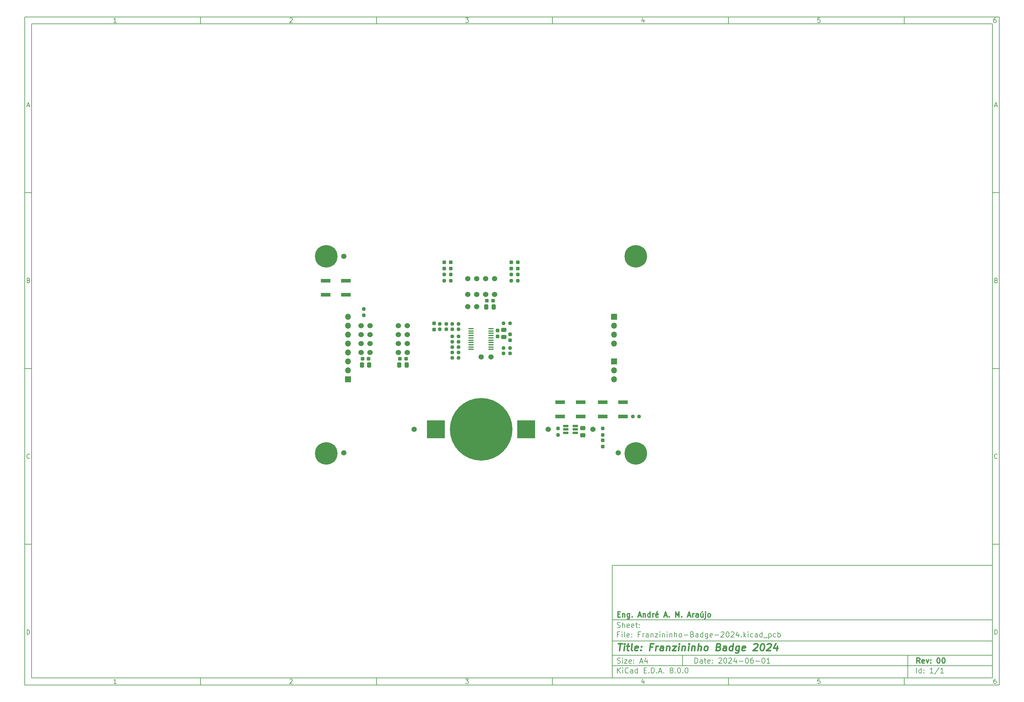
<source format=gbr>
%TF.GenerationSoftware,KiCad,Pcbnew,8.0.0*%
%TF.CreationDate,2024-06-01T14:18:10-03:00*%
%TF.ProjectId,Franzininho-Badge-2024,4672616e-7a69-46e6-996e-686f2d426164,00*%
%TF.SameCoordinates,Original*%
%TF.FileFunction,Soldermask,Top*%
%TF.FilePolarity,Negative*%
%FSLAX46Y46*%
G04 Gerber Fmt 4.6, Leading zero omitted, Abs format (unit mm)*
G04 Created by KiCad (PCBNEW 8.0.0) date 2024-06-01 14:18:10*
%MOMM*%
%LPD*%
G01*
G04 APERTURE LIST*
G04 Aperture macros list*
%AMRoundRect*
0 Rectangle with rounded corners*
0 $1 Rounding radius*
0 $2 $3 $4 $5 $6 $7 $8 $9 X,Y pos of 4 corners*
0 Add a 4 corners polygon primitive as box body*
4,1,4,$2,$3,$4,$5,$6,$7,$8,$9,$2,$3,0*
0 Add four circle primitives for the rounded corners*
1,1,$1+$1,$2,$3*
1,1,$1+$1,$4,$5*
1,1,$1+$1,$6,$7*
1,1,$1+$1,$8,$9*
0 Add four rect primitives between the rounded corners*
20,1,$1+$1,$2,$3,$4,$5,0*
20,1,$1+$1,$4,$5,$6,$7,0*
20,1,$1+$1,$6,$7,$8,$9,0*
20,1,$1+$1,$8,$9,$2,$3,0*%
G04 Aperture macros list end*
%ADD10C,0.100000*%
%ADD11C,0.150000*%
%ADD12C,0.300000*%
%ADD13C,0.400000*%
%ADD14C,1.524000*%
%ADD15C,1.500000*%
%ADD16RoundRect,0.237500X0.237500X-0.250000X0.237500X0.250000X-0.237500X0.250000X-0.237500X-0.250000X0*%
%ADD17RoundRect,0.237500X-0.237500X0.300000X-0.237500X-0.300000X0.237500X-0.300000X0.237500X0.300000X0*%
%ADD18R,1.700000X1.700000*%
%ADD19O,1.700000X1.700000*%
%ADD20RoundRect,0.237500X0.250000X0.237500X-0.250000X0.237500X-0.250000X-0.237500X0.250000X-0.237500X0*%
%ADD21RoundRect,0.237500X-0.237500X0.287500X-0.237500X-0.287500X0.237500X-0.287500X0.237500X0.287500X0*%
%ADD22RoundRect,0.237500X-0.250000X-0.237500X0.250000X-0.237500X0.250000X0.237500X-0.250000X0.237500X0*%
%ADD23RoundRect,0.237500X-0.300000X-0.237500X0.300000X-0.237500X0.300000X0.237500X-0.300000X0.237500X0*%
%ADD24RoundRect,0.237500X-0.237500X0.250000X-0.237500X-0.250000X0.237500X-0.250000X0.237500X0.250000X0*%
%ADD25R,5.100000X5.100000*%
%ADD26C,17.800000*%
%ADD27RoundRect,0.250000X0.337500X0.475000X-0.337500X0.475000X-0.337500X-0.475000X0.337500X-0.475000X0*%
%ADD28RoundRect,0.250000X-0.475000X0.337500X-0.475000X-0.337500X0.475000X-0.337500X0.475000X0.337500X0*%
%ADD29RoundRect,0.250000X0.475000X-0.337500X0.475000X0.337500X-0.475000X0.337500X-0.475000X-0.337500X0*%
%ADD30RoundRect,0.162500X-0.617500X-0.162500X0.617500X-0.162500X0.617500X0.162500X-0.617500X0.162500X0*%
%ADD31RoundRect,0.250000X-0.337500X-0.475000X0.337500X-0.475000X0.337500X0.475000X-0.337500X0.475000X0*%
%ADD32C,6.400000*%
%ADD33RoundRect,0.237500X0.237500X-0.287500X0.237500X0.287500X-0.237500X0.287500X-0.237500X-0.287500X0*%
%ADD34R,2.800000X1.000000*%
%ADD35RoundRect,0.237500X0.237500X-0.300000X0.237500X0.300000X-0.237500X0.300000X-0.237500X-0.300000X0*%
%ADD36RoundRect,0.237500X0.300000X0.237500X-0.300000X0.237500X-0.300000X-0.237500X0.300000X-0.237500X0*%
%ADD37RoundRect,0.100000X0.637500X0.100000X-0.637500X0.100000X-0.637500X-0.100000X0.637500X-0.100000X0*%
G04 APERTURE END LIST*
D10*
D11*
X177002200Y-166007200D02*
X285002200Y-166007200D01*
X285002200Y-198007200D01*
X177002200Y-198007200D01*
X177002200Y-166007200D01*
D10*
D11*
X10000000Y-10000000D02*
X287002200Y-10000000D01*
X287002200Y-200007200D01*
X10000000Y-200007200D01*
X10000000Y-10000000D01*
D10*
D11*
X12000000Y-12000000D02*
X285002200Y-12000000D01*
X285002200Y-198007200D01*
X12000000Y-198007200D01*
X12000000Y-12000000D01*
D10*
D11*
X60000000Y-12000000D02*
X60000000Y-10000000D01*
D10*
D11*
X110000000Y-12000000D02*
X110000000Y-10000000D01*
D10*
D11*
X160000000Y-12000000D02*
X160000000Y-10000000D01*
D10*
D11*
X210000000Y-12000000D02*
X210000000Y-10000000D01*
D10*
D11*
X260000000Y-12000000D02*
X260000000Y-10000000D01*
D10*
D11*
X36089160Y-11593604D02*
X35346303Y-11593604D01*
X35717731Y-11593604D02*
X35717731Y-10293604D01*
X35717731Y-10293604D02*
X35593922Y-10479319D01*
X35593922Y-10479319D02*
X35470112Y-10603128D01*
X35470112Y-10603128D02*
X35346303Y-10665033D01*
D10*
D11*
X85346303Y-10417414D02*
X85408207Y-10355509D01*
X85408207Y-10355509D02*
X85532017Y-10293604D01*
X85532017Y-10293604D02*
X85841541Y-10293604D01*
X85841541Y-10293604D02*
X85965350Y-10355509D01*
X85965350Y-10355509D02*
X86027255Y-10417414D01*
X86027255Y-10417414D02*
X86089160Y-10541223D01*
X86089160Y-10541223D02*
X86089160Y-10665033D01*
X86089160Y-10665033D02*
X86027255Y-10850747D01*
X86027255Y-10850747D02*
X85284398Y-11593604D01*
X85284398Y-11593604D02*
X86089160Y-11593604D01*
D10*
D11*
X135284398Y-10293604D02*
X136089160Y-10293604D01*
X136089160Y-10293604D02*
X135655826Y-10788842D01*
X135655826Y-10788842D02*
X135841541Y-10788842D01*
X135841541Y-10788842D02*
X135965350Y-10850747D01*
X135965350Y-10850747D02*
X136027255Y-10912652D01*
X136027255Y-10912652D02*
X136089160Y-11036461D01*
X136089160Y-11036461D02*
X136089160Y-11345985D01*
X136089160Y-11345985D02*
X136027255Y-11469795D01*
X136027255Y-11469795D02*
X135965350Y-11531700D01*
X135965350Y-11531700D02*
X135841541Y-11593604D01*
X135841541Y-11593604D02*
X135470112Y-11593604D01*
X135470112Y-11593604D02*
X135346303Y-11531700D01*
X135346303Y-11531700D02*
X135284398Y-11469795D01*
D10*
D11*
X185965350Y-10726938D02*
X185965350Y-11593604D01*
X185655826Y-10231700D02*
X185346303Y-11160271D01*
X185346303Y-11160271D02*
X186151064Y-11160271D01*
D10*
D11*
X236027255Y-10293604D02*
X235408207Y-10293604D01*
X235408207Y-10293604D02*
X235346303Y-10912652D01*
X235346303Y-10912652D02*
X235408207Y-10850747D01*
X235408207Y-10850747D02*
X235532017Y-10788842D01*
X235532017Y-10788842D02*
X235841541Y-10788842D01*
X235841541Y-10788842D02*
X235965350Y-10850747D01*
X235965350Y-10850747D02*
X236027255Y-10912652D01*
X236027255Y-10912652D02*
X236089160Y-11036461D01*
X236089160Y-11036461D02*
X236089160Y-11345985D01*
X236089160Y-11345985D02*
X236027255Y-11469795D01*
X236027255Y-11469795D02*
X235965350Y-11531700D01*
X235965350Y-11531700D02*
X235841541Y-11593604D01*
X235841541Y-11593604D02*
X235532017Y-11593604D01*
X235532017Y-11593604D02*
X235408207Y-11531700D01*
X235408207Y-11531700D02*
X235346303Y-11469795D01*
D10*
D11*
X285965350Y-10293604D02*
X285717731Y-10293604D01*
X285717731Y-10293604D02*
X285593922Y-10355509D01*
X285593922Y-10355509D02*
X285532017Y-10417414D01*
X285532017Y-10417414D02*
X285408207Y-10603128D01*
X285408207Y-10603128D02*
X285346303Y-10850747D01*
X285346303Y-10850747D02*
X285346303Y-11345985D01*
X285346303Y-11345985D02*
X285408207Y-11469795D01*
X285408207Y-11469795D02*
X285470112Y-11531700D01*
X285470112Y-11531700D02*
X285593922Y-11593604D01*
X285593922Y-11593604D02*
X285841541Y-11593604D01*
X285841541Y-11593604D02*
X285965350Y-11531700D01*
X285965350Y-11531700D02*
X286027255Y-11469795D01*
X286027255Y-11469795D02*
X286089160Y-11345985D01*
X286089160Y-11345985D02*
X286089160Y-11036461D01*
X286089160Y-11036461D02*
X286027255Y-10912652D01*
X286027255Y-10912652D02*
X285965350Y-10850747D01*
X285965350Y-10850747D02*
X285841541Y-10788842D01*
X285841541Y-10788842D02*
X285593922Y-10788842D01*
X285593922Y-10788842D02*
X285470112Y-10850747D01*
X285470112Y-10850747D02*
X285408207Y-10912652D01*
X285408207Y-10912652D02*
X285346303Y-11036461D01*
D10*
D11*
X60000000Y-198007200D02*
X60000000Y-200007200D01*
D10*
D11*
X110000000Y-198007200D02*
X110000000Y-200007200D01*
D10*
D11*
X160000000Y-198007200D02*
X160000000Y-200007200D01*
D10*
D11*
X210000000Y-198007200D02*
X210000000Y-200007200D01*
D10*
D11*
X260000000Y-198007200D02*
X260000000Y-200007200D01*
D10*
D11*
X36089160Y-199600804D02*
X35346303Y-199600804D01*
X35717731Y-199600804D02*
X35717731Y-198300804D01*
X35717731Y-198300804D02*
X35593922Y-198486519D01*
X35593922Y-198486519D02*
X35470112Y-198610328D01*
X35470112Y-198610328D02*
X35346303Y-198672233D01*
D10*
D11*
X85346303Y-198424614D02*
X85408207Y-198362709D01*
X85408207Y-198362709D02*
X85532017Y-198300804D01*
X85532017Y-198300804D02*
X85841541Y-198300804D01*
X85841541Y-198300804D02*
X85965350Y-198362709D01*
X85965350Y-198362709D02*
X86027255Y-198424614D01*
X86027255Y-198424614D02*
X86089160Y-198548423D01*
X86089160Y-198548423D02*
X86089160Y-198672233D01*
X86089160Y-198672233D02*
X86027255Y-198857947D01*
X86027255Y-198857947D02*
X85284398Y-199600804D01*
X85284398Y-199600804D02*
X86089160Y-199600804D01*
D10*
D11*
X135284398Y-198300804D02*
X136089160Y-198300804D01*
X136089160Y-198300804D02*
X135655826Y-198796042D01*
X135655826Y-198796042D02*
X135841541Y-198796042D01*
X135841541Y-198796042D02*
X135965350Y-198857947D01*
X135965350Y-198857947D02*
X136027255Y-198919852D01*
X136027255Y-198919852D02*
X136089160Y-199043661D01*
X136089160Y-199043661D02*
X136089160Y-199353185D01*
X136089160Y-199353185D02*
X136027255Y-199476995D01*
X136027255Y-199476995D02*
X135965350Y-199538900D01*
X135965350Y-199538900D02*
X135841541Y-199600804D01*
X135841541Y-199600804D02*
X135470112Y-199600804D01*
X135470112Y-199600804D02*
X135346303Y-199538900D01*
X135346303Y-199538900D02*
X135284398Y-199476995D01*
D10*
D11*
X185965350Y-198734138D02*
X185965350Y-199600804D01*
X185655826Y-198238900D02*
X185346303Y-199167471D01*
X185346303Y-199167471D02*
X186151064Y-199167471D01*
D10*
D11*
X236027255Y-198300804D02*
X235408207Y-198300804D01*
X235408207Y-198300804D02*
X235346303Y-198919852D01*
X235346303Y-198919852D02*
X235408207Y-198857947D01*
X235408207Y-198857947D02*
X235532017Y-198796042D01*
X235532017Y-198796042D02*
X235841541Y-198796042D01*
X235841541Y-198796042D02*
X235965350Y-198857947D01*
X235965350Y-198857947D02*
X236027255Y-198919852D01*
X236027255Y-198919852D02*
X236089160Y-199043661D01*
X236089160Y-199043661D02*
X236089160Y-199353185D01*
X236089160Y-199353185D02*
X236027255Y-199476995D01*
X236027255Y-199476995D02*
X235965350Y-199538900D01*
X235965350Y-199538900D02*
X235841541Y-199600804D01*
X235841541Y-199600804D02*
X235532017Y-199600804D01*
X235532017Y-199600804D02*
X235408207Y-199538900D01*
X235408207Y-199538900D02*
X235346303Y-199476995D01*
D10*
D11*
X285965350Y-198300804D02*
X285717731Y-198300804D01*
X285717731Y-198300804D02*
X285593922Y-198362709D01*
X285593922Y-198362709D02*
X285532017Y-198424614D01*
X285532017Y-198424614D02*
X285408207Y-198610328D01*
X285408207Y-198610328D02*
X285346303Y-198857947D01*
X285346303Y-198857947D02*
X285346303Y-199353185D01*
X285346303Y-199353185D02*
X285408207Y-199476995D01*
X285408207Y-199476995D02*
X285470112Y-199538900D01*
X285470112Y-199538900D02*
X285593922Y-199600804D01*
X285593922Y-199600804D02*
X285841541Y-199600804D01*
X285841541Y-199600804D02*
X285965350Y-199538900D01*
X285965350Y-199538900D02*
X286027255Y-199476995D01*
X286027255Y-199476995D02*
X286089160Y-199353185D01*
X286089160Y-199353185D02*
X286089160Y-199043661D01*
X286089160Y-199043661D02*
X286027255Y-198919852D01*
X286027255Y-198919852D02*
X285965350Y-198857947D01*
X285965350Y-198857947D02*
X285841541Y-198796042D01*
X285841541Y-198796042D02*
X285593922Y-198796042D01*
X285593922Y-198796042D02*
X285470112Y-198857947D01*
X285470112Y-198857947D02*
X285408207Y-198919852D01*
X285408207Y-198919852D02*
X285346303Y-199043661D01*
D10*
D11*
X10000000Y-60000000D02*
X12000000Y-60000000D01*
D10*
D11*
X10000000Y-110000000D02*
X12000000Y-110000000D01*
D10*
D11*
X10000000Y-160000000D02*
X12000000Y-160000000D01*
D10*
D11*
X10690476Y-35222176D02*
X11309523Y-35222176D01*
X10566666Y-35593604D02*
X10999999Y-34293604D01*
X10999999Y-34293604D02*
X11433333Y-35593604D01*
D10*
D11*
X11092857Y-84912652D02*
X11278571Y-84974557D01*
X11278571Y-84974557D02*
X11340476Y-85036461D01*
X11340476Y-85036461D02*
X11402380Y-85160271D01*
X11402380Y-85160271D02*
X11402380Y-85345985D01*
X11402380Y-85345985D02*
X11340476Y-85469795D01*
X11340476Y-85469795D02*
X11278571Y-85531700D01*
X11278571Y-85531700D02*
X11154761Y-85593604D01*
X11154761Y-85593604D02*
X10659523Y-85593604D01*
X10659523Y-85593604D02*
X10659523Y-84293604D01*
X10659523Y-84293604D02*
X11092857Y-84293604D01*
X11092857Y-84293604D02*
X11216666Y-84355509D01*
X11216666Y-84355509D02*
X11278571Y-84417414D01*
X11278571Y-84417414D02*
X11340476Y-84541223D01*
X11340476Y-84541223D02*
X11340476Y-84665033D01*
X11340476Y-84665033D02*
X11278571Y-84788842D01*
X11278571Y-84788842D02*
X11216666Y-84850747D01*
X11216666Y-84850747D02*
X11092857Y-84912652D01*
X11092857Y-84912652D02*
X10659523Y-84912652D01*
D10*
D11*
X11402380Y-135469795D02*
X11340476Y-135531700D01*
X11340476Y-135531700D02*
X11154761Y-135593604D01*
X11154761Y-135593604D02*
X11030952Y-135593604D01*
X11030952Y-135593604D02*
X10845238Y-135531700D01*
X10845238Y-135531700D02*
X10721428Y-135407890D01*
X10721428Y-135407890D02*
X10659523Y-135284080D01*
X10659523Y-135284080D02*
X10597619Y-135036461D01*
X10597619Y-135036461D02*
X10597619Y-134850747D01*
X10597619Y-134850747D02*
X10659523Y-134603128D01*
X10659523Y-134603128D02*
X10721428Y-134479319D01*
X10721428Y-134479319D02*
X10845238Y-134355509D01*
X10845238Y-134355509D02*
X11030952Y-134293604D01*
X11030952Y-134293604D02*
X11154761Y-134293604D01*
X11154761Y-134293604D02*
X11340476Y-134355509D01*
X11340476Y-134355509D02*
X11402380Y-134417414D01*
D10*
D11*
X10659523Y-185593604D02*
X10659523Y-184293604D01*
X10659523Y-184293604D02*
X10969047Y-184293604D01*
X10969047Y-184293604D02*
X11154761Y-184355509D01*
X11154761Y-184355509D02*
X11278571Y-184479319D01*
X11278571Y-184479319D02*
X11340476Y-184603128D01*
X11340476Y-184603128D02*
X11402380Y-184850747D01*
X11402380Y-184850747D02*
X11402380Y-185036461D01*
X11402380Y-185036461D02*
X11340476Y-185284080D01*
X11340476Y-185284080D02*
X11278571Y-185407890D01*
X11278571Y-185407890D02*
X11154761Y-185531700D01*
X11154761Y-185531700D02*
X10969047Y-185593604D01*
X10969047Y-185593604D02*
X10659523Y-185593604D01*
D10*
D11*
X287002200Y-60000000D02*
X285002200Y-60000000D01*
D10*
D11*
X287002200Y-110000000D02*
X285002200Y-110000000D01*
D10*
D11*
X287002200Y-160000000D02*
X285002200Y-160000000D01*
D10*
D11*
X285692676Y-35222176D02*
X286311723Y-35222176D01*
X285568866Y-35593604D02*
X286002199Y-34293604D01*
X286002199Y-34293604D02*
X286435533Y-35593604D01*
D10*
D11*
X286095057Y-84912652D02*
X286280771Y-84974557D01*
X286280771Y-84974557D02*
X286342676Y-85036461D01*
X286342676Y-85036461D02*
X286404580Y-85160271D01*
X286404580Y-85160271D02*
X286404580Y-85345985D01*
X286404580Y-85345985D02*
X286342676Y-85469795D01*
X286342676Y-85469795D02*
X286280771Y-85531700D01*
X286280771Y-85531700D02*
X286156961Y-85593604D01*
X286156961Y-85593604D02*
X285661723Y-85593604D01*
X285661723Y-85593604D02*
X285661723Y-84293604D01*
X285661723Y-84293604D02*
X286095057Y-84293604D01*
X286095057Y-84293604D02*
X286218866Y-84355509D01*
X286218866Y-84355509D02*
X286280771Y-84417414D01*
X286280771Y-84417414D02*
X286342676Y-84541223D01*
X286342676Y-84541223D02*
X286342676Y-84665033D01*
X286342676Y-84665033D02*
X286280771Y-84788842D01*
X286280771Y-84788842D02*
X286218866Y-84850747D01*
X286218866Y-84850747D02*
X286095057Y-84912652D01*
X286095057Y-84912652D02*
X285661723Y-84912652D01*
D10*
D11*
X286404580Y-135469795D02*
X286342676Y-135531700D01*
X286342676Y-135531700D02*
X286156961Y-135593604D01*
X286156961Y-135593604D02*
X286033152Y-135593604D01*
X286033152Y-135593604D02*
X285847438Y-135531700D01*
X285847438Y-135531700D02*
X285723628Y-135407890D01*
X285723628Y-135407890D02*
X285661723Y-135284080D01*
X285661723Y-135284080D02*
X285599819Y-135036461D01*
X285599819Y-135036461D02*
X285599819Y-134850747D01*
X285599819Y-134850747D02*
X285661723Y-134603128D01*
X285661723Y-134603128D02*
X285723628Y-134479319D01*
X285723628Y-134479319D02*
X285847438Y-134355509D01*
X285847438Y-134355509D02*
X286033152Y-134293604D01*
X286033152Y-134293604D02*
X286156961Y-134293604D01*
X286156961Y-134293604D02*
X286342676Y-134355509D01*
X286342676Y-134355509D02*
X286404580Y-134417414D01*
D10*
D11*
X285661723Y-185593604D02*
X285661723Y-184293604D01*
X285661723Y-184293604D02*
X285971247Y-184293604D01*
X285971247Y-184293604D02*
X286156961Y-184355509D01*
X286156961Y-184355509D02*
X286280771Y-184479319D01*
X286280771Y-184479319D02*
X286342676Y-184603128D01*
X286342676Y-184603128D02*
X286404580Y-184850747D01*
X286404580Y-184850747D02*
X286404580Y-185036461D01*
X286404580Y-185036461D02*
X286342676Y-185284080D01*
X286342676Y-185284080D02*
X286280771Y-185407890D01*
X286280771Y-185407890D02*
X286156961Y-185531700D01*
X286156961Y-185531700D02*
X285971247Y-185593604D01*
X285971247Y-185593604D02*
X285661723Y-185593604D01*
D10*
D11*
X200458026Y-193793328D02*
X200458026Y-192293328D01*
X200458026Y-192293328D02*
X200815169Y-192293328D01*
X200815169Y-192293328D02*
X201029455Y-192364757D01*
X201029455Y-192364757D02*
X201172312Y-192507614D01*
X201172312Y-192507614D02*
X201243741Y-192650471D01*
X201243741Y-192650471D02*
X201315169Y-192936185D01*
X201315169Y-192936185D02*
X201315169Y-193150471D01*
X201315169Y-193150471D02*
X201243741Y-193436185D01*
X201243741Y-193436185D02*
X201172312Y-193579042D01*
X201172312Y-193579042D02*
X201029455Y-193721900D01*
X201029455Y-193721900D02*
X200815169Y-193793328D01*
X200815169Y-193793328D02*
X200458026Y-193793328D01*
X202600884Y-193793328D02*
X202600884Y-193007614D01*
X202600884Y-193007614D02*
X202529455Y-192864757D01*
X202529455Y-192864757D02*
X202386598Y-192793328D01*
X202386598Y-192793328D02*
X202100884Y-192793328D01*
X202100884Y-192793328D02*
X201958026Y-192864757D01*
X202600884Y-193721900D02*
X202458026Y-193793328D01*
X202458026Y-193793328D02*
X202100884Y-193793328D01*
X202100884Y-193793328D02*
X201958026Y-193721900D01*
X201958026Y-193721900D02*
X201886598Y-193579042D01*
X201886598Y-193579042D02*
X201886598Y-193436185D01*
X201886598Y-193436185D02*
X201958026Y-193293328D01*
X201958026Y-193293328D02*
X202100884Y-193221900D01*
X202100884Y-193221900D02*
X202458026Y-193221900D01*
X202458026Y-193221900D02*
X202600884Y-193150471D01*
X203100884Y-192793328D02*
X203672312Y-192793328D01*
X203315169Y-192293328D02*
X203315169Y-193579042D01*
X203315169Y-193579042D02*
X203386598Y-193721900D01*
X203386598Y-193721900D02*
X203529455Y-193793328D01*
X203529455Y-193793328D02*
X203672312Y-193793328D01*
X204743741Y-193721900D02*
X204600884Y-193793328D01*
X204600884Y-193793328D02*
X204315170Y-193793328D01*
X204315170Y-193793328D02*
X204172312Y-193721900D01*
X204172312Y-193721900D02*
X204100884Y-193579042D01*
X204100884Y-193579042D02*
X204100884Y-193007614D01*
X204100884Y-193007614D02*
X204172312Y-192864757D01*
X204172312Y-192864757D02*
X204315170Y-192793328D01*
X204315170Y-192793328D02*
X204600884Y-192793328D01*
X204600884Y-192793328D02*
X204743741Y-192864757D01*
X204743741Y-192864757D02*
X204815170Y-193007614D01*
X204815170Y-193007614D02*
X204815170Y-193150471D01*
X204815170Y-193150471D02*
X204100884Y-193293328D01*
X205458026Y-193650471D02*
X205529455Y-193721900D01*
X205529455Y-193721900D02*
X205458026Y-193793328D01*
X205458026Y-193793328D02*
X205386598Y-193721900D01*
X205386598Y-193721900D02*
X205458026Y-193650471D01*
X205458026Y-193650471D02*
X205458026Y-193793328D01*
X205458026Y-192864757D02*
X205529455Y-192936185D01*
X205529455Y-192936185D02*
X205458026Y-193007614D01*
X205458026Y-193007614D02*
X205386598Y-192936185D01*
X205386598Y-192936185D02*
X205458026Y-192864757D01*
X205458026Y-192864757D02*
X205458026Y-193007614D01*
X207243741Y-192436185D02*
X207315169Y-192364757D01*
X207315169Y-192364757D02*
X207458027Y-192293328D01*
X207458027Y-192293328D02*
X207815169Y-192293328D01*
X207815169Y-192293328D02*
X207958027Y-192364757D01*
X207958027Y-192364757D02*
X208029455Y-192436185D01*
X208029455Y-192436185D02*
X208100884Y-192579042D01*
X208100884Y-192579042D02*
X208100884Y-192721900D01*
X208100884Y-192721900D02*
X208029455Y-192936185D01*
X208029455Y-192936185D02*
X207172312Y-193793328D01*
X207172312Y-193793328D02*
X208100884Y-193793328D01*
X209029455Y-192293328D02*
X209172312Y-192293328D01*
X209172312Y-192293328D02*
X209315169Y-192364757D01*
X209315169Y-192364757D02*
X209386598Y-192436185D01*
X209386598Y-192436185D02*
X209458026Y-192579042D01*
X209458026Y-192579042D02*
X209529455Y-192864757D01*
X209529455Y-192864757D02*
X209529455Y-193221900D01*
X209529455Y-193221900D02*
X209458026Y-193507614D01*
X209458026Y-193507614D02*
X209386598Y-193650471D01*
X209386598Y-193650471D02*
X209315169Y-193721900D01*
X209315169Y-193721900D02*
X209172312Y-193793328D01*
X209172312Y-193793328D02*
X209029455Y-193793328D01*
X209029455Y-193793328D02*
X208886598Y-193721900D01*
X208886598Y-193721900D02*
X208815169Y-193650471D01*
X208815169Y-193650471D02*
X208743740Y-193507614D01*
X208743740Y-193507614D02*
X208672312Y-193221900D01*
X208672312Y-193221900D02*
X208672312Y-192864757D01*
X208672312Y-192864757D02*
X208743740Y-192579042D01*
X208743740Y-192579042D02*
X208815169Y-192436185D01*
X208815169Y-192436185D02*
X208886598Y-192364757D01*
X208886598Y-192364757D02*
X209029455Y-192293328D01*
X210100883Y-192436185D02*
X210172311Y-192364757D01*
X210172311Y-192364757D02*
X210315169Y-192293328D01*
X210315169Y-192293328D02*
X210672311Y-192293328D01*
X210672311Y-192293328D02*
X210815169Y-192364757D01*
X210815169Y-192364757D02*
X210886597Y-192436185D01*
X210886597Y-192436185D02*
X210958026Y-192579042D01*
X210958026Y-192579042D02*
X210958026Y-192721900D01*
X210958026Y-192721900D02*
X210886597Y-192936185D01*
X210886597Y-192936185D02*
X210029454Y-193793328D01*
X210029454Y-193793328D02*
X210958026Y-193793328D01*
X212243740Y-192793328D02*
X212243740Y-193793328D01*
X211886597Y-192221900D02*
X211529454Y-193293328D01*
X211529454Y-193293328D02*
X212458025Y-193293328D01*
X213029453Y-193221900D02*
X214172311Y-193221900D01*
X215172311Y-192293328D02*
X215315168Y-192293328D01*
X215315168Y-192293328D02*
X215458025Y-192364757D01*
X215458025Y-192364757D02*
X215529454Y-192436185D01*
X215529454Y-192436185D02*
X215600882Y-192579042D01*
X215600882Y-192579042D02*
X215672311Y-192864757D01*
X215672311Y-192864757D02*
X215672311Y-193221900D01*
X215672311Y-193221900D02*
X215600882Y-193507614D01*
X215600882Y-193507614D02*
X215529454Y-193650471D01*
X215529454Y-193650471D02*
X215458025Y-193721900D01*
X215458025Y-193721900D02*
X215315168Y-193793328D01*
X215315168Y-193793328D02*
X215172311Y-193793328D01*
X215172311Y-193793328D02*
X215029454Y-193721900D01*
X215029454Y-193721900D02*
X214958025Y-193650471D01*
X214958025Y-193650471D02*
X214886596Y-193507614D01*
X214886596Y-193507614D02*
X214815168Y-193221900D01*
X214815168Y-193221900D02*
X214815168Y-192864757D01*
X214815168Y-192864757D02*
X214886596Y-192579042D01*
X214886596Y-192579042D02*
X214958025Y-192436185D01*
X214958025Y-192436185D02*
X215029454Y-192364757D01*
X215029454Y-192364757D02*
X215172311Y-192293328D01*
X216958025Y-192293328D02*
X216672310Y-192293328D01*
X216672310Y-192293328D02*
X216529453Y-192364757D01*
X216529453Y-192364757D02*
X216458025Y-192436185D01*
X216458025Y-192436185D02*
X216315167Y-192650471D01*
X216315167Y-192650471D02*
X216243739Y-192936185D01*
X216243739Y-192936185D02*
X216243739Y-193507614D01*
X216243739Y-193507614D02*
X216315167Y-193650471D01*
X216315167Y-193650471D02*
X216386596Y-193721900D01*
X216386596Y-193721900D02*
X216529453Y-193793328D01*
X216529453Y-193793328D02*
X216815167Y-193793328D01*
X216815167Y-193793328D02*
X216958025Y-193721900D01*
X216958025Y-193721900D02*
X217029453Y-193650471D01*
X217029453Y-193650471D02*
X217100882Y-193507614D01*
X217100882Y-193507614D02*
X217100882Y-193150471D01*
X217100882Y-193150471D02*
X217029453Y-193007614D01*
X217029453Y-193007614D02*
X216958025Y-192936185D01*
X216958025Y-192936185D02*
X216815167Y-192864757D01*
X216815167Y-192864757D02*
X216529453Y-192864757D01*
X216529453Y-192864757D02*
X216386596Y-192936185D01*
X216386596Y-192936185D02*
X216315167Y-193007614D01*
X216315167Y-193007614D02*
X216243739Y-193150471D01*
X217743738Y-193221900D02*
X218886596Y-193221900D01*
X219886596Y-192293328D02*
X220029453Y-192293328D01*
X220029453Y-192293328D02*
X220172310Y-192364757D01*
X220172310Y-192364757D02*
X220243739Y-192436185D01*
X220243739Y-192436185D02*
X220315167Y-192579042D01*
X220315167Y-192579042D02*
X220386596Y-192864757D01*
X220386596Y-192864757D02*
X220386596Y-193221900D01*
X220386596Y-193221900D02*
X220315167Y-193507614D01*
X220315167Y-193507614D02*
X220243739Y-193650471D01*
X220243739Y-193650471D02*
X220172310Y-193721900D01*
X220172310Y-193721900D02*
X220029453Y-193793328D01*
X220029453Y-193793328D02*
X219886596Y-193793328D01*
X219886596Y-193793328D02*
X219743739Y-193721900D01*
X219743739Y-193721900D02*
X219672310Y-193650471D01*
X219672310Y-193650471D02*
X219600881Y-193507614D01*
X219600881Y-193507614D02*
X219529453Y-193221900D01*
X219529453Y-193221900D02*
X219529453Y-192864757D01*
X219529453Y-192864757D02*
X219600881Y-192579042D01*
X219600881Y-192579042D02*
X219672310Y-192436185D01*
X219672310Y-192436185D02*
X219743739Y-192364757D01*
X219743739Y-192364757D02*
X219886596Y-192293328D01*
X221815167Y-193793328D02*
X220958024Y-193793328D01*
X221386595Y-193793328D02*
X221386595Y-192293328D01*
X221386595Y-192293328D02*
X221243738Y-192507614D01*
X221243738Y-192507614D02*
X221100881Y-192650471D01*
X221100881Y-192650471D02*
X220958024Y-192721900D01*
D10*
D11*
X177002200Y-194507200D02*
X285002200Y-194507200D01*
D10*
D11*
X178458026Y-196593328D02*
X178458026Y-195093328D01*
X179315169Y-196593328D02*
X178672312Y-195736185D01*
X179315169Y-195093328D02*
X178458026Y-195950471D01*
X179958026Y-196593328D02*
X179958026Y-195593328D01*
X179958026Y-195093328D02*
X179886598Y-195164757D01*
X179886598Y-195164757D02*
X179958026Y-195236185D01*
X179958026Y-195236185D02*
X180029455Y-195164757D01*
X180029455Y-195164757D02*
X179958026Y-195093328D01*
X179958026Y-195093328D02*
X179958026Y-195236185D01*
X181529455Y-196450471D02*
X181458027Y-196521900D01*
X181458027Y-196521900D02*
X181243741Y-196593328D01*
X181243741Y-196593328D02*
X181100884Y-196593328D01*
X181100884Y-196593328D02*
X180886598Y-196521900D01*
X180886598Y-196521900D02*
X180743741Y-196379042D01*
X180743741Y-196379042D02*
X180672312Y-196236185D01*
X180672312Y-196236185D02*
X180600884Y-195950471D01*
X180600884Y-195950471D02*
X180600884Y-195736185D01*
X180600884Y-195736185D02*
X180672312Y-195450471D01*
X180672312Y-195450471D02*
X180743741Y-195307614D01*
X180743741Y-195307614D02*
X180886598Y-195164757D01*
X180886598Y-195164757D02*
X181100884Y-195093328D01*
X181100884Y-195093328D02*
X181243741Y-195093328D01*
X181243741Y-195093328D02*
X181458027Y-195164757D01*
X181458027Y-195164757D02*
X181529455Y-195236185D01*
X182815170Y-196593328D02*
X182815170Y-195807614D01*
X182815170Y-195807614D02*
X182743741Y-195664757D01*
X182743741Y-195664757D02*
X182600884Y-195593328D01*
X182600884Y-195593328D02*
X182315170Y-195593328D01*
X182315170Y-195593328D02*
X182172312Y-195664757D01*
X182815170Y-196521900D02*
X182672312Y-196593328D01*
X182672312Y-196593328D02*
X182315170Y-196593328D01*
X182315170Y-196593328D02*
X182172312Y-196521900D01*
X182172312Y-196521900D02*
X182100884Y-196379042D01*
X182100884Y-196379042D02*
X182100884Y-196236185D01*
X182100884Y-196236185D02*
X182172312Y-196093328D01*
X182172312Y-196093328D02*
X182315170Y-196021900D01*
X182315170Y-196021900D02*
X182672312Y-196021900D01*
X182672312Y-196021900D02*
X182815170Y-195950471D01*
X184172313Y-196593328D02*
X184172313Y-195093328D01*
X184172313Y-196521900D02*
X184029455Y-196593328D01*
X184029455Y-196593328D02*
X183743741Y-196593328D01*
X183743741Y-196593328D02*
X183600884Y-196521900D01*
X183600884Y-196521900D02*
X183529455Y-196450471D01*
X183529455Y-196450471D02*
X183458027Y-196307614D01*
X183458027Y-196307614D02*
X183458027Y-195879042D01*
X183458027Y-195879042D02*
X183529455Y-195736185D01*
X183529455Y-195736185D02*
X183600884Y-195664757D01*
X183600884Y-195664757D02*
X183743741Y-195593328D01*
X183743741Y-195593328D02*
X184029455Y-195593328D01*
X184029455Y-195593328D02*
X184172313Y-195664757D01*
X186029455Y-195807614D02*
X186529455Y-195807614D01*
X186743741Y-196593328D02*
X186029455Y-196593328D01*
X186029455Y-196593328D02*
X186029455Y-195093328D01*
X186029455Y-195093328D02*
X186743741Y-195093328D01*
X187386598Y-196450471D02*
X187458027Y-196521900D01*
X187458027Y-196521900D02*
X187386598Y-196593328D01*
X187386598Y-196593328D02*
X187315170Y-196521900D01*
X187315170Y-196521900D02*
X187386598Y-196450471D01*
X187386598Y-196450471D02*
X187386598Y-196593328D01*
X188100884Y-196593328D02*
X188100884Y-195093328D01*
X188100884Y-195093328D02*
X188458027Y-195093328D01*
X188458027Y-195093328D02*
X188672313Y-195164757D01*
X188672313Y-195164757D02*
X188815170Y-195307614D01*
X188815170Y-195307614D02*
X188886599Y-195450471D01*
X188886599Y-195450471D02*
X188958027Y-195736185D01*
X188958027Y-195736185D02*
X188958027Y-195950471D01*
X188958027Y-195950471D02*
X188886599Y-196236185D01*
X188886599Y-196236185D02*
X188815170Y-196379042D01*
X188815170Y-196379042D02*
X188672313Y-196521900D01*
X188672313Y-196521900D02*
X188458027Y-196593328D01*
X188458027Y-196593328D02*
X188100884Y-196593328D01*
X189600884Y-196450471D02*
X189672313Y-196521900D01*
X189672313Y-196521900D02*
X189600884Y-196593328D01*
X189600884Y-196593328D02*
X189529456Y-196521900D01*
X189529456Y-196521900D02*
X189600884Y-196450471D01*
X189600884Y-196450471D02*
X189600884Y-196593328D01*
X190243742Y-196164757D02*
X190958028Y-196164757D01*
X190100885Y-196593328D02*
X190600885Y-195093328D01*
X190600885Y-195093328D02*
X191100885Y-196593328D01*
X191600884Y-196450471D02*
X191672313Y-196521900D01*
X191672313Y-196521900D02*
X191600884Y-196593328D01*
X191600884Y-196593328D02*
X191529456Y-196521900D01*
X191529456Y-196521900D02*
X191600884Y-196450471D01*
X191600884Y-196450471D02*
X191600884Y-196593328D01*
X193672313Y-195736185D02*
X193529456Y-195664757D01*
X193529456Y-195664757D02*
X193458027Y-195593328D01*
X193458027Y-195593328D02*
X193386599Y-195450471D01*
X193386599Y-195450471D02*
X193386599Y-195379042D01*
X193386599Y-195379042D02*
X193458027Y-195236185D01*
X193458027Y-195236185D02*
X193529456Y-195164757D01*
X193529456Y-195164757D02*
X193672313Y-195093328D01*
X193672313Y-195093328D02*
X193958027Y-195093328D01*
X193958027Y-195093328D02*
X194100885Y-195164757D01*
X194100885Y-195164757D02*
X194172313Y-195236185D01*
X194172313Y-195236185D02*
X194243742Y-195379042D01*
X194243742Y-195379042D02*
X194243742Y-195450471D01*
X194243742Y-195450471D02*
X194172313Y-195593328D01*
X194172313Y-195593328D02*
X194100885Y-195664757D01*
X194100885Y-195664757D02*
X193958027Y-195736185D01*
X193958027Y-195736185D02*
X193672313Y-195736185D01*
X193672313Y-195736185D02*
X193529456Y-195807614D01*
X193529456Y-195807614D02*
X193458027Y-195879042D01*
X193458027Y-195879042D02*
X193386599Y-196021900D01*
X193386599Y-196021900D02*
X193386599Y-196307614D01*
X193386599Y-196307614D02*
X193458027Y-196450471D01*
X193458027Y-196450471D02*
X193529456Y-196521900D01*
X193529456Y-196521900D02*
X193672313Y-196593328D01*
X193672313Y-196593328D02*
X193958027Y-196593328D01*
X193958027Y-196593328D02*
X194100885Y-196521900D01*
X194100885Y-196521900D02*
X194172313Y-196450471D01*
X194172313Y-196450471D02*
X194243742Y-196307614D01*
X194243742Y-196307614D02*
X194243742Y-196021900D01*
X194243742Y-196021900D02*
X194172313Y-195879042D01*
X194172313Y-195879042D02*
X194100885Y-195807614D01*
X194100885Y-195807614D02*
X193958027Y-195736185D01*
X194886598Y-196450471D02*
X194958027Y-196521900D01*
X194958027Y-196521900D02*
X194886598Y-196593328D01*
X194886598Y-196593328D02*
X194815170Y-196521900D01*
X194815170Y-196521900D02*
X194886598Y-196450471D01*
X194886598Y-196450471D02*
X194886598Y-196593328D01*
X195886599Y-195093328D02*
X196029456Y-195093328D01*
X196029456Y-195093328D02*
X196172313Y-195164757D01*
X196172313Y-195164757D02*
X196243742Y-195236185D01*
X196243742Y-195236185D02*
X196315170Y-195379042D01*
X196315170Y-195379042D02*
X196386599Y-195664757D01*
X196386599Y-195664757D02*
X196386599Y-196021900D01*
X196386599Y-196021900D02*
X196315170Y-196307614D01*
X196315170Y-196307614D02*
X196243742Y-196450471D01*
X196243742Y-196450471D02*
X196172313Y-196521900D01*
X196172313Y-196521900D02*
X196029456Y-196593328D01*
X196029456Y-196593328D02*
X195886599Y-196593328D01*
X195886599Y-196593328D02*
X195743742Y-196521900D01*
X195743742Y-196521900D02*
X195672313Y-196450471D01*
X195672313Y-196450471D02*
X195600884Y-196307614D01*
X195600884Y-196307614D02*
X195529456Y-196021900D01*
X195529456Y-196021900D02*
X195529456Y-195664757D01*
X195529456Y-195664757D02*
X195600884Y-195379042D01*
X195600884Y-195379042D02*
X195672313Y-195236185D01*
X195672313Y-195236185D02*
X195743742Y-195164757D01*
X195743742Y-195164757D02*
X195886599Y-195093328D01*
X197029455Y-196450471D02*
X197100884Y-196521900D01*
X197100884Y-196521900D02*
X197029455Y-196593328D01*
X197029455Y-196593328D02*
X196958027Y-196521900D01*
X196958027Y-196521900D02*
X197029455Y-196450471D01*
X197029455Y-196450471D02*
X197029455Y-196593328D01*
X198029456Y-195093328D02*
X198172313Y-195093328D01*
X198172313Y-195093328D02*
X198315170Y-195164757D01*
X198315170Y-195164757D02*
X198386599Y-195236185D01*
X198386599Y-195236185D02*
X198458027Y-195379042D01*
X198458027Y-195379042D02*
X198529456Y-195664757D01*
X198529456Y-195664757D02*
X198529456Y-196021900D01*
X198529456Y-196021900D02*
X198458027Y-196307614D01*
X198458027Y-196307614D02*
X198386599Y-196450471D01*
X198386599Y-196450471D02*
X198315170Y-196521900D01*
X198315170Y-196521900D02*
X198172313Y-196593328D01*
X198172313Y-196593328D02*
X198029456Y-196593328D01*
X198029456Y-196593328D02*
X197886599Y-196521900D01*
X197886599Y-196521900D02*
X197815170Y-196450471D01*
X197815170Y-196450471D02*
X197743741Y-196307614D01*
X197743741Y-196307614D02*
X197672313Y-196021900D01*
X197672313Y-196021900D02*
X197672313Y-195664757D01*
X197672313Y-195664757D02*
X197743741Y-195379042D01*
X197743741Y-195379042D02*
X197815170Y-195236185D01*
X197815170Y-195236185D02*
X197886599Y-195164757D01*
X197886599Y-195164757D02*
X198029456Y-195093328D01*
D10*
D11*
X177002200Y-191507200D02*
X285002200Y-191507200D01*
D10*
D12*
X264413853Y-193785528D02*
X263913853Y-193071242D01*
X263556710Y-193785528D02*
X263556710Y-192285528D01*
X263556710Y-192285528D02*
X264128139Y-192285528D01*
X264128139Y-192285528D02*
X264270996Y-192356957D01*
X264270996Y-192356957D02*
X264342425Y-192428385D01*
X264342425Y-192428385D02*
X264413853Y-192571242D01*
X264413853Y-192571242D02*
X264413853Y-192785528D01*
X264413853Y-192785528D02*
X264342425Y-192928385D01*
X264342425Y-192928385D02*
X264270996Y-192999814D01*
X264270996Y-192999814D02*
X264128139Y-193071242D01*
X264128139Y-193071242D02*
X263556710Y-193071242D01*
X265628139Y-193714100D02*
X265485282Y-193785528D01*
X265485282Y-193785528D02*
X265199568Y-193785528D01*
X265199568Y-193785528D02*
X265056710Y-193714100D01*
X265056710Y-193714100D02*
X264985282Y-193571242D01*
X264985282Y-193571242D02*
X264985282Y-192999814D01*
X264985282Y-192999814D02*
X265056710Y-192856957D01*
X265056710Y-192856957D02*
X265199568Y-192785528D01*
X265199568Y-192785528D02*
X265485282Y-192785528D01*
X265485282Y-192785528D02*
X265628139Y-192856957D01*
X265628139Y-192856957D02*
X265699568Y-192999814D01*
X265699568Y-192999814D02*
X265699568Y-193142671D01*
X265699568Y-193142671D02*
X264985282Y-193285528D01*
X266199567Y-192785528D02*
X266556710Y-193785528D01*
X266556710Y-193785528D02*
X266913853Y-192785528D01*
X267485281Y-193642671D02*
X267556710Y-193714100D01*
X267556710Y-193714100D02*
X267485281Y-193785528D01*
X267485281Y-193785528D02*
X267413853Y-193714100D01*
X267413853Y-193714100D02*
X267485281Y-193642671D01*
X267485281Y-193642671D02*
X267485281Y-193785528D01*
X267485281Y-192856957D02*
X267556710Y-192928385D01*
X267556710Y-192928385D02*
X267485281Y-192999814D01*
X267485281Y-192999814D02*
X267413853Y-192928385D01*
X267413853Y-192928385D02*
X267485281Y-192856957D01*
X267485281Y-192856957D02*
X267485281Y-192999814D01*
X269628139Y-192285528D02*
X269770996Y-192285528D01*
X269770996Y-192285528D02*
X269913853Y-192356957D01*
X269913853Y-192356957D02*
X269985282Y-192428385D01*
X269985282Y-192428385D02*
X270056710Y-192571242D01*
X270056710Y-192571242D02*
X270128139Y-192856957D01*
X270128139Y-192856957D02*
X270128139Y-193214100D01*
X270128139Y-193214100D02*
X270056710Y-193499814D01*
X270056710Y-193499814D02*
X269985282Y-193642671D01*
X269985282Y-193642671D02*
X269913853Y-193714100D01*
X269913853Y-193714100D02*
X269770996Y-193785528D01*
X269770996Y-193785528D02*
X269628139Y-193785528D01*
X269628139Y-193785528D02*
X269485282Y-193714100D01*
X269485282Y-193714100D02*
X269413853Y-193642671D01*
X269413853Y-193642671D02*
X269342424Y-193499814D01*
X269342424Y-193499814D02*
X269270996Y-193214100D01*
X269270996Y-193214100D02*
X269270996Y-192856957D01*
X269270996Y-192856957D02*
X269342424Y-192571242D01*
X269342424Y-192571242D02*
X269413853Y-192428385D01*
X269413853Y-192428385D02*
X269485282Y-192356957D01*
X269485282Y-192356957D02*
X269628139Y-192285528D01*
X271056710Y-192285528D02*
X271199567Y-192285528D01*
X271199567Y-192285528D02*
X271342424Y-192356957D01*
X271342424Y-192356957D02*
X271413853Y-192428385D01*
X271413853Y-192428385D02*
X271485281Y-192571242D01*
X271485281Y-192571242D02*
X271556710Y-192856957D01*
X271556710Y-192856957D02*
X271556710Y-193214100D01*
X271556710Y-193214100D02*
X271485281Y-193499814D01*
X271485281Y-193499814D02*
X271413853Y-193642671D01*
X271413853Y-193642671D02*
X271342424Y-193714100D01*
X271342424Y-193714100D02*
X271199567Y-193785528D01*
X271199567Y-193785528D02*
X271056710Y-193785528D01*
X271056710Y-193785528D02*
X270913853Y-193714100D01*
X270913853Y-193714100D02*
X270842424Y-193642671D01*
X270842424Y-193642671D02*
X270770995Y-193499814D01*
X270770995Y-193499814D02*
X270699567Y-193214100D01*
X270699567Y-193214100D02*
X270699567Y-192856957D01*
X270699567Y-192856957D02*
X270770995Y-192571242D01*
X270770995Y-192571242D02*
X270842424Y-192428385D01*
X270842424Y-192428385D02*
X270913853Y-192356957D01*
X270913853Y-192356957D02*
X271056710Y-192285528D01*
D10*
D11*
X178386598Y-193721900D02*
X178600884Y-193793328D01*
X178600884Y-193793328D02*
X178958026Y-193793328D01*
X178958026Y-193793328D02*
X179100884Y-193721900D01*
X179100884Y-193721900D02*
X179172312Y-193650471D01*
X179172312Y-193650471D02*
X179243741Y-193507614D01*
X179243741Y-193507614D02*
X179243741Y-193364757D01*
X179243741Y-193364757D02*
X179172312Y-193221900D01*
X179172312Y-193221900D02*
X179100884Y-193150471D01*
X179100884Y-193150471D02*
X178958026Y-193079042D01*
X178958026Y-193079042D02*
X178672312Y-193007614D01*
X178672312Y-193007614D02*
X178529455Y-192936185D01*
X178529455Y-192936185D02*
X178458026Y-192864757D01*
X178458026Y-192864757D02*
X178386598Y-192721900D01*
X178386598Y-192721900D02*
X178386598Y-192579042D01*
X178386598Y-192579042D02*
X178458026Y-192436185D01*
X178458026Y-192436185D02*
X178529455Y-192364757D01*
X178529455Y-192364757D02*
X178672312Y-192293328D01*
X178672312Y-192293328D02*
X179029455Y-192293328D01*
X179029455Y-192293328D02*
X179243741Y-192364757D01*
X179886597Y-193793328D02*
X179886597Y-192793328D01*
X179886597Y-192293328D02*
X179815169Y-192364757D01*
X179815169Y-192364757D02*
X179886597Y-192436185D01*
X179886597Y-192436185D02*
X179958026Y-192364757D01*
X179958026Y-192364757D02*
X179886597Y-192293328D01*
X179886597Y-192293328D02*
X179886597Y-192436185D01*
X180458026Y-192793328D02*
X181243741Y-192793328D01*
X181243741Y-192793328D02*
X180458026Y-193793328D01*
X180458026Y-193793328D02*
X181243741Y-193793328D01*
X182386598Y-193721900D02*
X182243741Y-193793328D01*
X182243741Y-193793328D02*
X181958027Y-193793328D01*
X181958027Y-193793328D02*
X181815169Y-193721900D01*
X181815169Y-193721900D02*
X181743741Y-193579042D01*
X181743741Y-193579042D02*
X181743741Y-193007614D01*
X181743741Y-193007614D02*
X181815169Y-192864757D01*
X181815169Y-192864757D02*
X181958027Y-192793328D01*
X181958027Y-192793328D02*
X182243741Y-192793328D01*
X182243741Y-192793328D02*
X182386598Y-192864757D01*
X182386598Y-192864757D02*
X182458027Y-193007614D01*
X182458027Y-193007614D02*
X182458027Y-193150471D01*
X182458027Y-193150471D02*
X181743741Y-193293328D01*
X183100883Y-193650471D02*
X183172312Y-193721900D01*
X183172312Y-193721900D02*
X183100883Y-193793328D01*
X183100883Y-193793328D02*
X183029455Y-193721900D01*
X183029455Y-193721900D02*
X183100883Y-193650471D01*
X183100883Y-193650471D02*
X183100883Y-193793328D01*
X183100883Y-192864757D02*
X183172312Y-192936185D01*
X183172312Y-192936185D02*
X183100883Y-193007614D01*
X183100883Y-193007614D02*
X183029455Y-192936185D01*
X183029455Y-192936185D02*
X183100883Y-192864757D01*
X183100883Y-192864757D02*
X183100883Y-193007614D01*
X184886598Y-193364757D02*
X185600884Y-193364757D01*
X184743741Y-193793328D02*
X185243741Y-192293328D01*
X185243741Y-192293328D02*
X185743741Y-193793328D01*
X186886598Y-192793328D02*
X186886598Y-193793328D01*
X186529455Y-192221900D02*
X186172312Y-193293328D01*
X186172312Y-193293328D02*
X187100883Y-193293328D01*
D10*
D11*
X263458026Y-196593328D02*
X263458026Y-195093328D01*
X264815170Y-196593328D02*
X264815170Y-195093328D01*
X264815170Y-196521900D02*
X264672312Y-196593328D01*
X264672312Y-196593328D02*
X264386598Y-196593328D01*
X264386598Y-196593328D02*
X264243741Y-196521900D01*
X264243741Y-196521900D02*
X264172312Y-196450471D01*
X264172312Y-196450471D02*
X264100884Y-196307614D01*
X264100884Y-196307614D02*
X264100884Y-195879042D01*
X264100884Y-195879042D02*
X264172312Y-195736185D01*
X264172312Y-195736185D02*
X264243741Y-195664757D01*
X264243741Y-195664757D02*
X264386598Y-195593328D01*
X264386598Y-195593328D02*
X264672312Y-195593328D01*
X264672312Y-195593328D02*
X264815170Y-195664757D01*
X265529455Y-196450471D02*
X265600884Y-196521900D01*
X265600884Y-196521900D02*
X265529455Y-196593328D01*
X265529455Y-196593328D02*
X265458027Y-196521900D01*
X265458027Y-196521900D02*
X265529455Y-196450471D01*
X265529455Y-196450471D02*
X265529455Y-196593328D01*
X265529455Y-195664757D02*
X265600884Y-195736185D01*
X265600884Y-195736185D02*
X265529455Y-195807614D01*
X265529455Y-195807614D02*
X265458027Y-195736185D01*
X265458027Y-195736185D02*
X265529455Y-195664757D01*
X265529455Y-195664757D02*
X265529455Y-195807614D01*
X268172313Y-196593328D02*
X267315170Y-196593328D01*
X267743741Y-196593328D02*
X267743741Y-195093328D01*
X267743741Y-195093328D02*
X267600884Y-195307614D01*
X267600884Y-195307614D02*
X267458027Y-195450471D01*
X267458027Y-195450471D02*
X267315170Y-195521900D01*
X269886598Y-195021900D02*
X268600884Y-196950471D01*
X271172313Y-196593328D02*
X270315170Y-196593328D01*
X270743741Y-196593328D02*
X270743741Y-195093328D01*
X270743741Y-195093328D02*
X270600884Y-195307614D01*
X270600884Y-195307614D02*
X270458027Y-195450471D01*
X270458027Y-195450471D02*
X270315170Y-195521900D01*
D10*
D11*
X177002200Y-187507200D02*
X285002200Y-187507200D01*
D10*
D13*
X178693928Y-188211638D02*
X179836785Y-188211638D01*
X179015357Y-190211638D02*
X179265357Y-188211638D01*
X180253452Y-190211638D02*
X180420119Y-188878304D01*
X180503452Y-188211638D02*
X180396309Y-188306876D01*
X180396309Y-188306876D02*
X180479643Y-188402114D01*
X180479643Y-188402114D02*
X180586786Y-188306876D01*
X180586786Y-188306876D02*
X180503452Y-188211638D01*
X180503452Y-188211638D02*
X180479643Y-188402114D01*
X181086786Y-188878304D02*
X181848690Y-188878304D01*
X181455833Y-188211638D02*
X181241548Y-189925923D01*
X181241548Y-189925923D02*
X181312976Y-190116400D01*
X181312976Y-190116400D02*
X181491548Y-190211638D01*
X181491548Y-190211638D02*
X181682024Y-190211638D01*
X182634405Y-190211638D02*
X182455833Y-190116400D01*
X182455833Y-190116400D02*
X182384405Y-189925923D01*
X182384405Y-189925923D02*
X182598690Y-188211638D01*
X184170119Y-190116400D02*
X183967738Y-190211638D01*
X183967738Y-190211638D02*
X183586785Y-190211638D01*
X183586785Y-190211638D02*
X183408214Y-190116400D01*
X183408214Y-190116400D02*
X183336785Y-189925923D01*
X183336785Y-189925923D02*
X183432024Y-189164019D01*
X183432024Y-189164019D02*
X183551071Y-188973542D01*
X183551071Y-188973542D02*
X183753452Y-188878304D01*
X183753452Y-188878304D02*
X184134404Y-188878304D01*
X184134404Y-188878304D02*
X184312976Y-188973542D01*
X184312976Y-188973542D02*
X184384404Y-189164019D01*
X184384404Y-189164019D02*
X184360595Y-189354495D01*
X184360595Y-189354495D02*
X183384404Y-189544971D01*
X185134405Y-190021161D02*
X185217738Y-190116400D01*
X185217738Y-190116400D02*
X185110595Y-190211638D01*
X185110595Y-190211638D02*
X185027262Y-190116400D01*
X185027262Y-190116400D02*
X185134405Y-190021161D01*
X185134405Y-190021161D02*
X185110595Y-190211638D01*
X185265357Y-188973542D02*
X185348690Y-189068780D01*
X185348690Y-189068780D02*
X185241548Y-189164019D01*
X185241548Y-189164019D02*
X185158214Y-189068780D01*
X185158214Y-189068780D02*
X185265357Y-188973542D01*
X185265357Y-188973542D02*
X185241548Y-189164019D01*
X188384405Y-189164019D02*
X187717739Y-189164019D01*
X187586786Y-190211638D02*
X187836786Y-188211638D01*
X187836786Y-188211638D02*
X188789167Y-188211638D01*
X189301072Y-190211638D02*
X189467739Y-188878304D01*
X189420120Y-189259257D02*
X189539167Y-189068780D01*
X189539167Y-189068780D02*
X189646310Y-188973542D01*
X189646310Y-188973542D02*
X189848691Y-188878304D01*
X189848691Y-188878304D02*
X190039167Y-188878304D01*
X191396310Y-190211638D02*
X191527262Y-189164019D01*
X191527262Y-189164019D02*
X191455834Y-188973542D01*
X191455834Y-188973542D02*
X191277262Y-188878304D01*
X191277262Y-188878304D02*
X190896310Y-188878304D01*
X190896310Y-188878304D02*
X190693929Y-188973542D01*
X191408215Y-190116400D02*
X191205834Y-190211638D01*
X191205834Y-190211638D02*
X190729643Y-190211638D01*
X190729643Y-190211638D02*
X190551072Y-190116400D01*
X190551072Y-190116400D02*
X190479643Y-189925923D01*
X190479643Y-189925923D02*
X190503453Y-189735447D01*
X190503453Y-189735447D02*
X190622501Y-189544971D01*
X190622501Y-189544971D02*
X190824882Y-189449733D01*
X190824882Y-189449733D02*
X191301072Y-189449733D01*
X191301072Y-189449733D02*
X191503453Y-189354495D01*
X192515358Y-188878304D02*
X192348691Y-190211638D01*
X192491548Y-189068780D02*
X192598691Y-188973542D01*
X192598691Y-188973542D02*
X192801072Y-188878304D01*
X192801072Y-188878304D02*
X193086786Y-188878304D01*
X193086786Y-188878304D02*
X193265358Y-188973542D01*
X193265358Y-188973542D02*
X193336786Y-189164019D01*
X193336786Y-189164019D02*
X193205834Y-190211638D01*
X194134406Y-188878304D02*
X195182025Y-188878304D01*
X195182025Y-188878304D02*
X193967739Y-190211638D01*
X193967739Y-190211638D02*
X195015358Y-190211638D01*
X195777263Y-190211638D02*
X195943930Y-188878304D01*
X196027263Y-188211638D02*
X195920120Y-188306876D01*
X195920120Y-188306876D02*
X196003454Y-188402114D01*
X196003454Y-188402114D02*
X196110597Y-188306876D01*
X196110597Y-188306876D02*
X196027263Y-188211638D01*
X196027263Y-188211638D02*
X196003454Y-188402114D01*
X196896311Y-188878304D02*
X196729644Y-190211638D01*
X196872501Y-189068780D02*
X196979644Y-188973542D01*
X196979644Y-188973542D02*
X197182025Y-188878304D01*
X197182025Y-188878304D02*
X197467739Y-188878304D01*
X197467739Y-188878304D02*
X197646311Y-188973542D01*
X197646311Y-188973542D02*
X197717739Y-189164019D01*
X197717739Y-189164019D02*
X197586787Y-190211638D01*
X198539168Y-190211638D02*
X198705835Y-188878304D01*
X198789168Y-188211638D02*
X198682025Y-188306876D01*
X198682025Y-188306876D02*
X198765359Y-188402114D01*
X198765359Y-188402114D02*
X198872502Y-188306876D01*
X198872502Y-188306876D02*
X198789168Y-188211638D01*
X198789168Y-188211638D02*
X198765359Y-188402114D01*
X199658216Y-188878304D02*
X199491549Y-190211638D01*
X199634406Y-189068780D02*
X199741549Y-188973542D01*
X199741549Y-188973542D02*
X199943930Y-188878304D01*
X199943930Y-188878304D02*
X200229644Y-188878304D01*
X200229644Y-188878304D02*
X200408216Y-188973542D01*
X200408216Y-188973542D02*
X200479644Y-189164019D01*
X200479644Y-189164019D02*
X200348692Y-190211638D01*
X201301073Y-190211638D02*
X201551073Y-188211638D01*
X202158216Y-190211638D02*
X202289168Y-189164019D01*
X202289168Y-189164019D02*
X202217740Y-188973542D01*
X202217740Y-188973542D02*
X202039168Y-188878304D01*
X202039168Y-188878304D02*
X201753454Y-188878304D01*
X201753454Y-188878304D02*
X201551073Y-188973542D01*
X201551073Y-188973542D02*
X201443930Y-189068780D01*
X203396312Y-190211638D02*
X203217740Y-190116400D01*
X203217740Y-190116400D02*
X203134407Y-190021161D01*
X203134407Y-190021161D02*
X203062978Y-189830685D01*
X203062978Y-189830685D02*
X203134407Y-189259257D01*
X203134407Y-189259257D02*
X203253454Y-189068780D01*
X203253454Y-189068780D02*
X203360597Y-188973542D01*
X203360597Y-188973542D02*
X203562978Y-188878304D01*
X203562978Y-188878304D02*
X203848692Y-188878304D01*
X203848692Y-188878304D02*
X204027264Y-188973542D01*
X204027264Y-188973542D02*
X204110597Y-189068780D01*
X204110597Y-189068780D02*
X204182026Y-189259257D01*
X204182026Y-189259257D02*
X204110597Y-189830685D01*
X204110597Y-189830685D02*
X203991550Y-190021161D01*
X203991550Y-190021161D02*
X203884407Y-190116400D01*
X203884407Y-190116400D02*
X203682026Y-190211638D01*
X203682026Y-190211638D02*
X203396312Y-190211638D01*
X207241550Y-189164019D02*
X207515360Y-189259257D01*
X207515360Y-189259257D02*
X207598693Y-189354495D01*
X207598693Y-189354495D02*
X207670122Y-189544971D01*
X207670122Y-189544971D02*
X207634407Y-189830685D01*
X207634407Y-189830685D02*
X207515360Y-190021161D01*
X207515360Y-190021161D02*
X207408217Y-190116400D01*
X207408217Y-190116400D02*
X207205836Y-190211638D01*
X207205836Y-190211638D02*
X206443931Y-190211638D01*
X206443931Y-190211638D02*
X206693931Y-188211638D01*
X206693931Y-188211638D02*
X207360598Y-188211638D01*
X207360598Y-188211638D02*
X207539169Y-188306876D01*
X207539169Y-188306876D02*
X207622503Y-188402114D01*
X207622503Y-188402114D02*
X207693931Y-188592590D01*
X207693931Y-188592590D02*
X207670122Y-188783066D01*
X207670122Y-188783066D02*
X207551074Y-188973542D01*
X207551074Y-188973542D02*
X207443931Y-189068780D01*
X207443931Y-189068780D02*
X207241550Y-189164019D01*
X207241550Y-189164019D02*
X206574884Y-189164019D01*
X209301074Y-190211638D02*
X209432026Y-189164019D01*
X209432026Y-189164019D02*
X209360598Y-188973542D01*
X209360598Y-188973542D02*
X209182026Y-188878304D01*
X209182026Y-188878304D02*
X208801074Y-188878304D01*
X208801074Y-188878304D02*
X208598693Y-188973542D01*
X209312979Y-190116400D02*
X209110598Y-190211638D01*
X209110598Y-190211638D02*
X208634407Y-190211638D01*
X208634407Y-190211638D02*
X208455836Y-190116400D01*
X208455836Y-190116400D02*
X208384407Y-189925923D01*
X208384407Y-189925923D02*
X208408217Y-189735447D01*
X208408217Y-189735447D02*
X208527265Y-189544971D01*
X208527265Y-189544971D02*
X208729646Y-189449733D01*
X208729646Y-189449733D02*
X209205836Y-189449733D01*
X209205836Y-189449733D02*
X209408217Y-189354495D01*
X211110598Y-190211638D02*
X211360598Y-188211638D01*
X211122503Y-190116400D02*
X210920122Y-190211638D01*
X210920122Y-190211638D02*
X210539170Y-190211638D01*
X210539170Y-190211638D02*
X210360598Y-190116400D01*
X210360598Y-190116400D02*
X210277265Y-190021161D01*
X210277265Y-190021161D02*
X210205836Y-189830685D01*
X210205836Y-189830685D02*
X210277265Y-189259257D01*
X210277265Y-189259257D02*
X210396312Y-189068780D01*
X210396312Y-189068780D02*
X210503455Y-188973542D01*
X210503455Y-188973542D02*
X210705836Y-188878304D01*
X210705836Y-188878304D02*
X211086789Y-188878304D01*
X211086789Y-188878304D02*
X211265360Y-188973542D01*
X213086789Y-188878304D02*
X212884408Y-190497352D01*
X212884408Y-190497352D02*
X212765360Y-190687828D01*
X212765360Y-190687828D02*
X212658217Y-190783066D01*
X212658217Y-190783066D02*
X212455836Y-190878304D01*
X212455836Y-190878304D02*
X212170122Y-190878304D01*
X212170122Y-190878304D02*
X211991551Y-190783066D01*
X212932027Y-190116400D02*
X212729646Y-190211638D01*
X212729646Y-190211638D02*
X212348694Y-190211638D01*
X212348694Y-190211638D02*
X212170122Y-190116400D01*
X212170122Y-190116400D02*
X212086789Y-190021161D01*
X212086789Y-190021161D02*
X212015360Y-189830685D01*
X212015360Y-189830685D02*
X212086789Y-189259257D01*
X212086789Y-189259257D02*
X212205836Y-189068780D01*
X212205836Y-189068780D02*
X212312979Y-188973542D01*
X212312979Y-188973542D02*
X212515360Y-188878304D01*
X212515360Y-188878304D02*
X212896313Y-188878304D01*
X212896313Y-188878304D02*
X213074884Y-188973542D01*
X214646313Y-190116400D02*
X214443932Y-190211638D01*
X214443932Y-190211638D02*
X214062979Y-190211638D01*
X214062979Y-190211638D02*
X213884408Y-190116400D01*
X213884408Y-190116400D02*
X213812979Y-189925923D01*
X213812979Y-189925923D02*
X213908218Y-189164019D01*
X213908218Y-189164019D02*
X214027265Y-188973542D01*
X214027265Y-188973542D02*
X214229646Y-188878304D01*
X214229646Y-188878304D02*
X214610598Y-188878304D01*
X214610598Y-188878304D02*
X214789170Y-188973542D01*
X214789170Y-188973542D02*
X214860598Y-189164019D01*
X214860598Y-189164019D02*
X214836789Y-189354495D01*
X214836789Y-189354495D02*
X213860598Y-189544971D01*
X217241552Y-188402114D02*
X217348694Y-188306876D01*
X217348694Y-188306876D02*
X217551075Y-188211638D01*
X217551075Y-188211638D02*
X218027266Y-188211638D01*
X218027266Y-188211638D02*
X218205837Y-188306876D01*
X218205837Y-188306876D02*
X218289171Y-188402114D01*
X218289171Y-188402114D02*
X218360599Y-188592590D01*
X218360599Y-188592590D02*
X218336790Y-188783066D01*
X218336790Y-188783066D02*
X218205837Y-189068780D01*
X218205837Y-189068780D02*
X216920123Y-190211638D01*
X216920123Y-190211638D02*
X218158218Y-190211638D01*
X219646314Y-188211638D02*
X219836790Y-188211638D01*
X219836790Y-188211638D02*
X220015361Y-188306876D01*
X220015361Y-188306876D02*
X220098695Y-188402114D01*
X220098695Y-188402114D02*
X220170123Y-188592590D01*
X220170123Y-188592590D02*
X220217742Y-188973542D01*
X220217742Y-188973542D02*
X220158218Y-189449733D01*
X220158218Y-189449733D02*
X220015361Y-189830685D01*
X220015361Y-189830685D02*
X219896314Y-190021161D01*
X219896314Y-190021161D02*
X219789171Y-190116400D01*
X219789171Y-190116400D02*
X219586790Y-190211638D01*
X219586790Y-190211638D02*
X219396314Y-190211638D01*
X219396314Y-190211638D02*
X219217742Y-190116400D01*
X219217742Y-190116400D02*
X219134409Y-190021161D01*
X219134409Y-190021161D02*
X219062980Y-189830685D01*
X219062980Y-189830685D02*
X219015361Y-189449733D01*
X219015361Y-189449733D02*
X219074885Y-188973542D01*
X219074885Y-188973542D02*
X219217742Y-188592590D01*
X219217742Y-188592590D02*
X219336790Y-188402114D01*
X219336790Y-188402114D02*
X219443933Y-188306876D01*
X219443933Y-188306876D02*
X219646314Y-188211638D01*
X221051076Y-188402114D02*
X221158218Y-188306876D01*
X221158218Y-188306876D02*
X221360599Y-188211638D01*
X221360599Y-188211638D02*
X221836790Y-188211638D01*
X221836790Y-188211638D02*
X222015361Y-188306876D01*
X222015361Y-188306876D02*
X222098695Y-188402114D01*
X222098695Y-188402114D02*
X222170123Y-188592590D01*
X222170123Y-188592590D02*
X222146314Y-188783066D01*
X222146314Y-188783066D02*
X222015361Y-189068780D01*
X222015361Y-189068780D02*
X220729647Y-190211638D01*
X220729647Y-190211638D02*
X221967742Y-190211638D01*
X223848695Y-188878304D02*
X223682028Y-190211638D01*
X223467742Y-188116400D02*
X222812980Y-189544971D01*
X222812980Y-189544971D02*
X224051076Y-189544971D01*
D10*
D11*
X178958026Y-185607614D02*
X178458026Y-185607614D01*
X178458026Y-186393328D02*
X178458026Y-184893328D01*
X178458026Y-184893328D02*
X179172312Y-184893328D01*
X179743740Y-186393328D02*
X179743740Y-185393328D01*
X179743740Y-184893328D02*
X179672312Y-184964757D01*
X179672312Y-184964757D02*
X179743740Y-185036185D01*
X179743740Y-185036185D02*
X179815169Y-184964757D01*
X179815169Y-184964757D02*
X179743740Y-184893328D01*
X179743740Y-184893328D02*
X179743740Y-185036185D01*
X180672312Y-186393328D02*
X180529455Y-186321900D01*
X180529455Y-186321900D02*
X180458026Y-186179042D01*
X180458026Y-186179042D02*
X180458026Y-184893328D01*
X181815169Y-186321900D02*
X181672312Y-186393328D01*
X181672312Y-186393328D02*
X181386598Y-186393328D01*
X181386598Y-186393328D02*
X181243740Y-186321900D01*
X181243740Y-186321900D02*
X181172312Y-186179042D01*
X181172312Y-186179042D02*
X181172312Y-185607614D01*
X181172312Y-185607614D02*
X181243740Y-185464757D01*
X181243740Y-185464757D02*
X181386598Y-185393328D01*
X181386598Y-185393328D02*
X181672312Y-185393328D01*
X181672312Y-185393328D02*
X181815169Y-185464757D01*
X181815169Y-185464757D02*
X181886598Y-185607614D01*
X181886598Y-185607614D02*
X181886598Y-185750471D01*
X181886598Y-185750471D02*
X181172312Y-185893328D01*
X182529454Y-186250471D02*
X182600883Y-186321900D01*
X182600883Y-186321900D02*
X182529454Y-186393328D01*
X182529454Y-186393328D02*
X182458026Y-186321900D01*
X182458026Y-186321900D02*
X182529454Y-186250471D01*
X182529454Y-186250471D02*
X182529454Y-186393328D01*
X182529454Y-185464757D02*
X182600883Y-185536185D01*
X182600883Y-185536185D02*
X182529454Y-185607614D01*
X182529454Y-185607614D02*
X182458026Y-185536185D01*
X182458026Y-185536185D02*
X182529454Y-185464757D01*
X182529454Y-185464757D02*
X182529454Y-185607614D01*
X184886597Y-185607614D02*
X184386597Y-185607614D01*
X184386597Y-186393328D02*
X184386597Y-184893328D01*
X184386597Y-184893328D02*
X185100883Y-184893328D01*
X185672311Y-186393328D02*
X185672311Y-185393328D01*
X185672311Y-185679042D02*
X185743740Y-185536185D01*
X185743740Y-185536185D02*
X185815169Y-185464757D01*
X185815169Y-185464757D02*
X185958026Y-185393328D01*
X185958026Y-185393328D02*
X186100883Y-185393328D01*
X187243740Y-186393328D02*
X187243740Y-185607614D01*
X187243740Y-185607614D02*
X187172311Y-185464757D01*
X187172311Y-185464757D02*
X187029454Y-185393328D01*
X187029454Y-185393328D02*
X186743740Y-185393328D01*
X186743740Y-185393328D02*
X186600882Y-185464757D01*
X187243740Y-186321900D02*
X187100882Y-186393328D01*
X187100882Y-186393328D02*
X186743740Y-186393328D01*
X186743740Y-186393328D02*
X186600882Y-186321900D01*
X186600882Y-186321900D02*
X186529454Y-186179042D01*
X186529454Y-186179042D02*
X186529454Y-186036185D01*
X186529454Y-186036185D02*
X186600882Y-185893328D01*
X186600882Y-185893328D02*
X186743740Y-185821900D01*
X186743740Y-185821900D02*
X187100882Y-185821900D01*
X187100882Y-185821900D02*
X187243740Y-185750471D01*
X187958025Y-185393328D02*
X187958025Y-186393328D01*
X187958025Y-185536185D02*
X188029454Y-185464757D01*
X188029454Y-185464757D02*
X188172311Y-185393328D01*
X188172311Y-185393328D02*
X188386597Y-185393328D01*
X188386597Y-185393328D02*
X188529454Y-185464757D01*
X188529454Y-185464757D02*
X188600883Y-185607614D01*
X188600883Y-185607614D02*
X188600883Y-186393328D01*
X189172311Y-185393328D02*
X189958026Y-185393328D01*
X189958026Y-185393328D02*
X189172311Y-186393328D01*
X189172311Y-186393328D02*
X189958026Y-186393328D01*
X190529454Y-186393328D02*
X190529454Y-185393328D01*
X190529454Y-184893328D02*
X190458026Y-184964757D01*
X190458026Y-184964757D02*
X190529454Y-185036185D01*
X190529454Y-185036185D02*
X190600883Y-184964757D01*
X190600883Y-184964757D02*
X190529454Y-184893328D01*
X190529454Y-184893328D02*
X190529454Y-185036185D01*
X191243740Y-185393328D02*
X191243740Y-186393328D01*
X191243740Y-185536185D02*
X191315169Y-185464757D01*
X191315169Y-185464757D02*
X191458026Y-185393328D01*
X191458026Y-185393328D02*
X191672312Y-185393328D01*
X191672312Y-185393328D02*
X191815169Y-185464757D01*
X191815169Y-185464757D02*
X191886598Y-185607614D01*
X191886598Y-185607614D02*
X191886598Y-186393328D01*
X192600883Y-186393328D02*
X192600883Y-185393328D01*
X192600883Y-184893328D02*
X192529455Y-184964757D01*
X192529455Y-184964757D02*
X192600883Y-185036185D01*
X192600883Y-185036185D02*
X192672312Y-184964757D01*
X192672312Y-184964757D02*
X192600883Y-184893328D01*
X192600883Y-184893328D02*
X192600883Y-185036185D01*
X193315169Y-185393328D02*
X193315169Y-186393328D01*
X193315169Y-185536185D02*
X193386598Y-185464757D01*
X193386598Y-185464757D02*
X193529455Y-185393328D01*
X193529455Y-185393328D02*
X193743741Y-185393328D01*
X193743741Y-185393328D02*
X193886598Y-185464757D01*
X193886598Y-185464757D02*
X193958027Y-185607614D01*
X193958027Y-185607614D02*
X193958027Y-186393328D01*
X194672312Y-186393328D02*
X194672312Y-184893328D01*
X195315170Y-186393328D02*
X195315170Y-185607614D01*
X195315170Y-185607614D02*
X195243741Y-185464757D01*
X195243741Y-185464757D02*
X195100884Y-185393328D01*
X195100884Y-185393328D02*
X194886598Y-185393328D01*
X194886598Y-185393328D02*
X194743741Y-185464757D01*
X194743741Y-185464757D02*
X194672312Y-185536185D01*
X196243741Y-186393328D02*
X196100884Y-186321900D01*
X196100884Y-186321900D02*
X196029455Y-186250471D01*
X196029455Y-186250471D02*
X195958027Y-186107614D01*
X195958027Y-186107614D02*
X195958027Y-185679042D01*
X195958027Y-185679042D02*
X196029455Y-185536185D01*
X196029455Y-185536185D02*
X196100884Y-185464757D01*
X196100884Y-185464757D02*
X196243741Y-185393328D01*
X196243741Y-185393328D02*
X196458027Y-185393328D01*
X196458027Y-185393328D02*
X196600884Y-185464757D01*
X196600884Y-185464757D02*
X196672313Y-185536185D01*
X196672313Y-185536185D02*
X196743741Y-185679042D01*
X196743741Y-185679042D02*
X196743741Y-186107614D01*
X196743741Y-186107614D02*
X196672313Y-186250471D01*
X196672313Y-186250471D02*
X196600884Y-186321900D01*
X196600884Y-186321900D02*
X196458027Y-186393328D01*
X196458027Y-186393328D02*
X196243741Y-186393328D01*
X197386598Y-185821900D02*
X198529456Y-185821900D01*
X199743741Y-185607614D02*
X199958027Y-185679042D01*
X199958027Y-185679042D02*
X200029456Y-185750471D01*
X200029456Y-185750471D02*
X200100884Y-185893328D01*
X200100884Y-185893328D02*
X200100884Y-186107614D01*
X200100884Y-186107614D02*
X200029456Y-186250471D01*
X200029456Y-186250471D02*
X199958027Y-186321900D01*
X199958027Y-186321900D02*
X199815170Y-186393328D01*
X199815170Y-186393328D02*
X199243741Y-186393328D01*
X199243741Y-186393328D02*
X199243741Y-184893328D01*
X199243741Y-184893328D02*
X199743741Y-184893328D01*
X199743741Y-184893328D02*
X199886599Y-184964757D01*
X199886599Y-184964757D02*
X199958027Y-185036185D01*
X199958027Y-185036185D02*
X200029456Y-185179042D01*
X200029456Y-185179042D02*
X200029456Y-185321900D01*
X200029456Y-185321900D02*
X199958027Y-185464757D01*
X199958027Y-185464757D02*
X199886599Y-185536185D01*
X199886599Y-185536185D02*
X199743741Y-185607614D01*
X199743741Y-185607614D02*
X199243741Y-185607614D01*
X201386599Y-186393328D02*
X201386599Y-185607614D01*
X201386599Y-185607614D02*
X201315170Y-185464757D01*
X201315170Y-185464757D02*
X201172313Y-185393328D01*
X201172313Y-185393328D02*
X200886599Y-185393328D01*
X200886599Y-185393328D02*
X200743741Y-185464757D01*
X201386599Y-186321900D02*
X201243741Y-186393328D01*
X201243741Y-186393328D02*
X200886599Y-186393328D01*
X200886599Y-186393328D02*
X200743741Y-186321900D01*
X200743741Y-186321900D02*
X200672313Y-186179042D01*
X200672313Y-186179042D02*
X200672313Y-186036185D01*
X200672313Y-186036185D02*
X200743741Y-185893328D01*
X200743741Y-185893328D02*
X200886599Y-185821900D01*
X200886599Y-185821900D02*
X201243741Y-185821900D01*
X201243741Y-185821900D02*
X201386599Y-185750471D01*
X202743742Y-186393328D02*
X202743742Y-184893328D01*
X202743742Y-186321900D02*
X202600884Y-186393328D01*
X202600884Y-186393328D02*
X202315170Y-186393328D01*
X202315170Y-186393328D02*
X202172313Y-186321900D01*
X202172313Y-186321900D02*
X202100884Y-186250471D01*
X202100884Y-186250471D02*
X202029456Y-186107614D01*
X202029456Y-186107614D02*
X202029456Y-185679042D01*
X202029456Y-185679042D02*
X202100884Y-185536185D01*
X202100884Y-185536185D02*
X202172313Y-185464757D01*
X202172313Y-185464757D02*
X202315170Y-185393328D01*
X202315170Y-185393328D02*
X202600884Y-185393328D01*
X202600884Y-185393328D02*
X202743742Y-185464757D01*
X204100885Y-185393328D02*
X204100885Y-186607614D01*
X204100885Y-186607614D02*
X204029456Y-186750471D01*
X204029456Y-186750471D02*
X203958027Y-186821900D01*
X203958027Y-186821900D02*
X203815170Y-186893328D01*
X203815170Y-186893328D02*
X203600885Y-186893328D01*
X203600885Y-186893328D02*
X203458027Y-186821900D01*
X204100885Y-186321900D02*
X203958027Y-186393328D01*
X203958027Y-186393328D02*
X203672313Y-186393328D01*
X203672313Y-186393328D02*
X203529456Y-186321900D01*
X203529456Y-186321900D02*
X203458027Y-186250471D01*
X203458027Y-186250471D02*
X203386599Y-186107614D01*
X203386599Y-186107614D02*
X203386599Y-185679042D01*
X203386599Y-185679042D02*
X203458027Y-185536185D01*
X203458027Y-185536185D02*
X203529456Y-185464757D01*
X203529456Y-185464757D02*
X203672313Y-185393328D01*
X203672313Y-185393328D02*
X203958027Y-185393328D01*
X203958027Y-185393328D02*
X204100885Y-185464757D01*
X205386599Y-186321900D02*
X205243742Y-186393328D01*
X205243742Y-186393328D02*
X204958028Y-186393328D01*
X204958028Y-186393328D02*
X204815170Y-186321900D01*
X204815170Y-186321900D02*
X204743742Y-186179042D01*
X204743742Y-186179042D02*
X204743742Y-185607614D01*
X204743742Y-185607614D02*
X204815170Y-185464757D01*
X204815170Y-185464757D02*
X204958028Y-185393328D01*
X204958028Y-185393328D02*
X205243742Y-185393328D01*
X205243742Y-185393328D02*
X205386599Y-185464757D01*
X205386599Y-185464757D02*
X205458028Y-185607614D01*
X205458028Y-185607614D02*
X205458028Y-185750471D01*
X205458028Y-185750471D02*
X204743742Y-185893328D01*
X206100884Y-185821900D02*
X207243742Y-185821900D01*
X207886599Y-185036185D02*
X207958027Y-184964757D01*
X207958027Y-184964757D02*
X208100885Y-184893328D01*
X208100885Y-184893328D02*
X208458027Y-184893328D01*
X208458027Y-184893328D02*
X208600885Y-184964757D01*
X208600885Y-184964757D02*
X208672313Y-185036185D01*
X208672313Y-185036185D02*
X208743742Y-185179042D01*
X208743742Y-185179042D02*
X208743742Y-185321900D01*
X208743742Y-185321900D02*
X208672313Y-185536185D01*
X208672313Y-185536185D02*
X207815170Y-186393328D01*
X207815170Y-186393328D02*
X208743742Y-186393328D01*
X209672313Y-184893328D02*
X209815170Y-184893328D01*
X209815170Y-184893328D02*
X209958027Y-184964757D01*
X209958027Y-184964757D02*
X210029456Y-185036185D01*
X210029456Y-185036185D02*
X210100884Y-185179042D01*
X210100884Y-185179042D02*
X210172313Y-185464757D01*
X210172313Y-185464757D02*
X210172313Y-185821900D01*
X210172313Y-185821900D02*
X210100884Y-186107614D01*
X210100884Y-186107614D02*
X210029456Y-186250471D01*
X210029456Y-186250471D02*
X209958027Y-186321900D01*
X209958027Y-186321900D02*
X209815170Y-186393328D01*
X209815170Y-186393328D02*
X209672313Y-186393328D01*
X209672313Y-186393328D02*
X209529456Y-186321900D01*
X209529456Y-186321900D02*
X209458027Y-186250471D01*
X209458027Y-186250471D02*
X209386598Y-186107614D01*
X209386598Y-186107614D02*
X209315170Y-185821900D01*
X209315170Y-185821900D02*
X209315170Y-185464757D01*
X209315170Y-185464757D02*
X209386598Y-185179042D01*
X209386598Y-185179042D02*
X209458027Y-185036185D01*
X209458027Y-185036185D02*
X209529456Y-184964757D01*
X209529456Y-184964757D02*
X209672313Y-184893328D01*
X210743741Y-185036185D02*
X210815169Y-184964757D01*
X210815169Y-184964757D02*
X210958027Y-184893328D01*
X210958027Y-184893328D02*
X211315169Y-184893328D01*
X211315169Y-184893328D02*
X211458027Y-184964757D01*
X211458027Y-184964757D02*
X211529455Y-185036185D01*
X211529455Y-185036185D02*
X211600884Y-185179042D01*
X211600884Y-185179042D02*
X211600884Y-185321900D01*
X211600884Y-185321900D02*
X211529455Y-185536185D01*
X211529455Y-185536185D02*
X210672312Y-186393328D01*
X210672312Y-186393328D02*
X211600884Y-186393328D01*
X212886598Y-185393328D02*
X212886598Y-186393328D01*
X212529455Y-184821900D02*
X212172312Y-185893328D01*
X212172312Y-185893328D02*
X213100883Y-185893328D01*
X213672311Y-186250471D02*
X213743740Y-186321900D01*
X213743740Y-186321900D02*
X213672311Y-186393328D01*
X213672311Y-186393328D02*
X213600883Y-186321900D01*
X213600883Y-186321900D02*
X213672311Y-186250471D01*
X213672311Y-186250471D02*
X213672311Y-186393328D01*
X214386597Y-186393328D02*
X214386597Y-184893328D01*
X214529455Y-185821900D02*
X214958026Y-186393328D01*
X214958026Y-185393328D02*
X214386597Y-185964757D01*
X215600883Y-186393328D02*
X215600883Y-185393328D01*
X215600883Y-184893328D02*
X215529455Y-184964757D01*
X215529455Y-184964757D02*
X215600883Y-185036185D01*
X215600883Y-185036185D02*
X215672312Y-184964757D01*
X215672312Y-184964757D02*
X215600883Y-184893328D01*
X215600883Y-184893328D02*
X215600883Y-185036185D01*
X216958027Y-186321900D02*
X216815169Y-186393328D01*
X216815169Y-186393328D02*
X216529455Y-186393328D01*
X216529455Y-186393328D02*
X216386598Y-186321900D01*
X216386598Y-186321900D02*
X216315169Y-186250471D01*
X216315169Y-186250471D02*
X216243741Y-186107614D01*
X216243741Y-186107614D02*
X216243741Y-185679042D01*
X216243741Y-185679042D02*
X216315169Y-185536185D01*
X216315169Y-185536185D02*
X216386598Y-185464757D01*
X216386598Y-185464757D02*
X216529455Y-185393328D01*
X216529455Y-185393328D02*
X216815169Y-185393328D01*
X216815169Y-185393328D02*
X216958027Y-185464757D01*
X218243741Y-186393328D02*
X218243741Y-185607614D01*
X218243741Y-185607614D02*
X218172312Y-185464757D01*
X218172312Y-185464757D02*
X218029455Y-185393328D01*
X218029455Y-185393328D02*
X217743741Y-185393328D01*
X217743741Y-185393328D02*
X217600883Y-185464757D01*
X218243741Y-186321900D02*
X218100883Y-186393328D01*
X218100883Y-186393328D02*
X217743741Y-186393328D01*
X217743741Y-186393328D02*
X217600883Y-186321900D01*
X217600883Y-186321900D02*
X217529455Y-186179042D01*
X217529455Y-186179042D02*
X217529455Y-186036185D01*
X217529455Y-186036185D02*
X217600883Y-185893328D01*
X217600883Y-185893328D02*
X217743741Y-185821900D01*
X217743741Y-185821900D02*
X218100883Y-185821900D01*
X218100883Y-185821900D02*
X218243741Y-185750471D01*
X219600884Y-186393328D02*
X219600884Y-184893328D01*
X219600884Y-186321900D02*
X219458026Y-186393328D01*
X219458026Y-186393328D02*
X219172312Y-186393328D01*
X219172312Y-186393328D02*
X219029455Y-186321900D01*
X219029455Y-186321900D02*
X218958026Y-186250471D01*
X218958026Y-186250471D02*
X218886598Y-186107614D01*
X218886598Y-186107614D02*
X218886598Y-185679042D01*
X218886598Y-185679042D02*
X218958026Y-185536185D01*
X218958026Y-185536185D02*
X219029455Y-185464757D01*
X219029455Y-185464757D02*
X219172312Y-185393328D01*
X219172312Y-185393328D02*
X219458026Y-185393328D01*
X219458026Y-185393328D02*
X219600884Y-185464757D01*
X219958027Y-186536185D02*
X221100884Y-186536185D01*
X221458026Y-185393328D02*
X221458026Y-186893328D01*
X221458026Y-185464757D02*
X221600884Y-185393328D01*
X221600884Y-185393328D02*
X221886598Y-185393328D01*
X221886598Y-185393328D02*
X222029455Y-185464757D01*
X222029455Y-185464757D02*
X222100884Y-185536185D01*
X222100884Y-185536185D02*
X222172312Y-185679042D01*
X222172312Y-185679042D02*
X222172312Y-186107614D01*
X222172312Y-186107614D02*
X222100884Y-186250471D01*
X222100884Y-186250471D02*
X222029455Y-186321900D01*
X222029455Y-186321900D02*
X221886598Y-186393328D01*
X221886598Y-186393328D02*
X221600884Y-186393328D01*
X221600884Y-186393328D02*
X221458026Y-186321900D01*
X223458027Y-186321900D02*
X223315169Y-186393328D01*
X223315169Y-186393328D02*
X223029455Y-186393328D01*
X223029455Y-186393328D02*
X222886598Y-186321900D01*
X222886598Y-186321900D02*
X222815169Y-186250471D01*
X222815169Y-186250471D02*
X222743741Y-186107614D01*
X222743741Y-186107614D02*
X222743741Y-185679042D01*
X222743741Y-185679042D02*
X222815169Y-185536185D01*
X222815169Y-185536185D02*
X222886598Y-185464757D01*
X222886598Y-185464757D02*
X223029455Y-185393328D01*
X223029455Y-185393328D02*
X223315169Y-185393328D01*
X223315169Y-185393328D02*
X223458027Y-185464757D01*
X224100883Y-186393328D02*
X224100883Y-184893328D01*
X224100883Y-185464757D02*
X224243741Y-185393328D01*
X224243741Y-185393328D02*
X224529455Y-185393328D01*
X224529455Y-185393328D02*
X224672312Y-185464757D01*
X224672312Y-185464757D02*
X224743741Y-185536185D01*
X224743741Y-185536185D02*
X224815169Y-185679042D01*
X224815169Y-185679042D02*
X224815169Y-186107614D01*
X224815169Y-186107614D02*
X224743741Y-186250471D01*
X224743741Y-186250471D02*
X224672312Y-186321900D01*
X224672312Y-186321900D02*
X224529455Y-186393328D01*
X224529455Y-186393328D02*
X224243741Y-186393328D01*
X224243741Y-186393328D02*
X224100883Y-186321900D01*
D10*
D11*
X177002200Y-181507200D02*
X285002200Y-181507200D01*
D10*
D11*
X178386598Y-183621900D02*
X178600884Y-183693328D01*
X178600884Y-183693328D02*
X178958026Y-183693328D01*
X178958026Y-183693328D02*
X179100884Y-183621900D01*
X179100884Y-183621900D02*
X179172312Y-183550471D01*
X179172312Y-183550471D02*
X179243741Y-183407614D01*
X179243741Y-183407614D02*
X179243741Y-183264757D01*
X179243741Y-183264757D02*
X179172312Y-183121900D01*
X179172312Y-183121900D02*
X179100884Y-183050471D01*
X179100884Y-183050471D02*
X178958026Y-182979042D01*
X178958026Y-182979042D02*
X178672312Y-182907614D01*
X178672312Y-182907614D02*
X178529455Y-182836185D01*
X178529455Y-182836185D02*
X178458026Y-182764757D01*
X178458026Y-182764757D02*
X178386598Y-182621900D01*
X178386598Y-182621900D02*
X178386598Y-182479042D01*
X178386598Y-182479042D02*
X178458026Y-182336185D01*
X178458026Y-182336185D02*
X178529455Y-182264757D01*
X178529455Y-182264757D02*
X178672312Y-182193328D01*
X178672312Y-182193328D02*
X179029455Y-182193328D01*
X179029455Y-182193328D02*
X179243741Y-182264757D01*
X179886597Y-183693328D02*
X179886597Y-182193328D01*
X180529455Y-183693328D02*
X180529455Y-182907614D01*
X180529455Y-182907614D02*
X180458026Y-182764757D01*
X180458026Y-182764757D02*
X180315169Y-182693328D01*
X180315169Y-182693328D02*
X180100883Y-182693328D01*
X180100883Y-182693328D02*
X179958026Y-182764757D01*
X179958026Y-182764757D02*
X179886597Y-182836185D01*
X181815169Y-183621900D02*
X181672312Y-183693328D01*
X181672312Y-183693328D02*
X181386598Y-183693328D01*
X181386598Y-183693328D02*
X181243740Y-183621900D01*
X181243740Y-183621900D02*
X181172312Y-183479042D01*
X181172312Y-183479042D02*
X181172312Y-182907614D01*
X181172312Y-182907614D02*
X181243740Y-182764757D01*
X181243740Y-182764757D02*
X181386598Y-182693328D01*
X181386598Y-182693328D02*
X181672312Y-182693328D01*
X181672312Y-182693328D02*
X181815169Y-182764757D01*
X181815169Y-182764757D02*
X181886598Y-182907614D01*
X181886598Y-182907614D02*
X181886598Y-183050471D01*
X181886598Y-183050471D02*
X181172312Y-183193328D01*
X183100883Y-183621900D02*
X182958026Y-183693328D01*
X182958026Y-183693328D02*
X182672312Y-183693328D01*
X182672312Y-183693328D02*
X182529454Y-183621900D01*
X182529454Y-183621900D02*
X182458026Y-183479042D01*
X182458026Y-183479042D02*
X182458026Y-182907614D01*
X182458026Y-182907614D02*
X182529454Y-182764757D01*
X182529454Y-182764757D02*
X182672312Y-182693328D01*
X182672312Y-182693328D02*
X182958026Y-182693328D01*
X182958026Y-182693328D02*
X183100883Y-182764757D01*
X183100883Y-182764757D02*
X183172312Y-182907614D01*
X183172312Y-182907614D02*
X183172312Y-183050471D01*
X183172312Y-183050471D02*
X182458026Y-183193328D01*
X183600883Y-182693328D02*
X184172311Y-182693328D01*
X183815168Y-182193328D02*
X183815168Y-183479042D01*
X183815168Y-183479042D02*
X183886597Y-183621900D01*
X183886597Y-183621900D02*
X184029454Y-183693328D01*
X184029454Y-183693328D02*
X184172311Y-183693328D01*
X184672311Y-183550471D02*
X184743740Y-183621900D01*
X184743740Y-183621900D02*
X184672311Y-183693328D01*
X184672311Y-183693328D02*
X184600883Y-183621900D01*
X184600883Y-183621900D02*
X184672311Y-183550471D01*
X184672311Y-183550471D02*
X184672311Y-183693328D01*
X184672311Y-182764757D02*
X184743740Y-182836185D01*
X184743740Y-182836185D02*
X184672311Y-182907614D01*
X184672311Y-182907614D02*
X184600883Y-182836185D01*
X184600883Y-182836185D02*
X184672311Y-182764757D01*
X184672311Y-182764757D02*
X184672311Y-182907614D01*
D10*
D12*
X178556710Y-179899814D02*
X179056710Y-179899814D01*
X179270996Y-180685528D02*
X178556710Y-180685528D01*
X178556710Y-180685528D02*
X178556710Y-179185528D01*
X178556710Y-179185528D02*
X179270996Y-179185528D01*
X179913853Y-179685528D02*
X179913853Y-180685528D01*
X179913853Y-179828385D02*
X179985282Y-179756957D01*
X179985282Y-179756957D02*
X180128139Y-179685528D01*
X180128139Y-179685528D02*
X180342425Y-179685528D01*
X180342425Y-179685528D02*
X180485282Y-179756957D01*
X180485282Y-179756957D02*
X180556711Y-179899814D01*
X180556711Y-179899814D02*
X180556711Y-180685528D01*
X181913854Y-179685528D02*
X181913854Y-180899814D01*
X181913854Y-180899814D02*
X181842425Y-181042671D01*
X181842425Y-181042671D02*
X181770996Y-181114100D01*
X181770996Y-181114100D02*
X181628139Y-181185528D01*
X181628139Y-181185528D02*
X181413854Y-181185528D01*
X181413854Y-181185528D02*
X181270996Y-181114100D01*
X181913854Y-180614100D02*
X181770996Y-180685528D01*
X181770996Y-180685528D02*
X181485282Y-180685528D01*
X181485282Y-180685528D02*
X181342425Y-180614100D01*
X181342425Y-180614100D02*
X181270996Y-180542671D01*
X181270996Y-180542671D02*
X181199568Y-180399814D01*
X181199568Y-180399814D02*
X181199568Y-179971242D01*
X181199568Y-179971242D02*
X181270996Y-179828385D01*
X181270996Y-179828385D02*
X181342425Y-179756957D01*
X181342425Y-179756957D02*
X181485282Y-179685528D01*
X181485282Y-179685528D02*
X181770996Y-179685528D01*
X181770996Y-179685528D02*
X181913854Y-179756957D01*
X182628139Y-180542671D02*
X182699568Y-180614100D01*
X182699568Y-180614100D02*
X182628139Y-180685528D01*
X182628139Y-180685528D02*
X182556711Y-180614100D01*
X182556711Y-180614100D02*
X182628139Y-180542671D01*
X182628139Y-180542671D02*
X182628139Y-180685528D01*
X184413854Y-180256957D02*
X185128140Y-180256957D01*
X184270997Y-180685528D02*
X184770997Y-179185528D01*
X184770997Y-179185528D02*
X185270997Y-180685528D01*
X185770996Y-179685528D02*
X185770996Y-180685528D01*
X185770996Y-179828385D02*
X185842425Y-179756957D01*
X185842425Y-179756957D02*
X185985282Y-179685528D01*
X185985282Y-179685528D02*
X186199568Y-179685528D01*
X186199568Y-179685528D02*
X186342425Y-179756957D01*
X186342425Y-179756957D02*
X186413854Y-179899814D01*
X186413854Y-179899814D02*
X186413854Y-180685528D01*
X187770997Y-180685528D02*
X187770997Y-179185528D01*
X187770997Y-180614100D02*
X187628139Y-180685528D01*
X187628139Y-180685528D02*
X187342425Y-180685528D01*
X187342425Y-180685528D02*
X187199568Y-180614100D01*
X187199568Y-180614100D02*
X187128139Y-180542671D01*
X187128139Y-180542671D02*
X187056711Y-180399814D01*
X187056711Y-180399814D02*
X187056711Y-179971242D01*
X187056711Y-179971242D02*
X187128139Y-179828385D01*
X187128139Y-179828385D02*
X187199568Y-179756957D01*
X187199568Y-179756957D02*
X187342425Y-179685528D01*
X187342425Y-179685528D02*
X187628139Y-179685528D01*
X187628139Y-179685528D02*
X187770997Y-179756957D01*
X188485282Y-180685528D02*
X188485282Y-179685528D01*
X188485282Y-179971242D02*
X188556711Y-179828385D01*
X188556711Y-179828385D02*
X188628140Y-179756957D01*
X188628140Y-179756957D02*
X188770997Y-179685528D01*
X188770997Y-179685528D02*
X188913854Y-179685528D01*
X189985282Y-180614100D02*
X189842425Y-180685528D01*
X189842425Y-180685528D02*
X189556711Y-180685528D01*
X189556711Y-180685528D02*
X189413853Y-180614100D01*
X189413853Y-180614100D02*
X189342425Y-180471242D01*
X189342425Y-180471242D02*
X189342425Y-179899814D01*
X189342425Y-179899814D02*
X189413853Y-179756957D01*
X189413853Y-179756957D02*
X189556711Y-179685528D01*
X189556711Y-179685528D02*
X189842425Y-179685528D01*
X189842425Y-179685528D02*
X189985282Y-179756957D01*
X189985282Y-179756957D02*
X190056711Y-179899814D01*
X190056711Y-179899814D02*
X190056711Y-180042671D01*
X190056711Y-180042671D02*
X189342425Y-180185528D01*
X189842425Y-179114100D02*
X189628139Y-179328385D01*
X191770996Y-180256957D02*
X192485282Y-180256957D01*
X191628139Y-180685528D02*
X192128139Y-179185528D01*
X192128139Y-179185528D02*
X192628139Y-180685528D01*
X193128138Y-180542671D02*
X193199567Y-180614100D01*
X193199567Y-180614100D02*
X193128138Y-180685528D01*
X193128138Y-180685528D02*
X193056710Y-180614100D01*
X193056710Y-180614100D02*
X193128138Y-180542671D01*
X193128138Y-180542671D02*
X193128138Y-180685528D01*
X194985281Y-180685528D02*
X194985281Y-179185528D01*
X194985281Y-179185528D02*
X195485281Y-180256957D01*
X195485281Y-180256957D02*
X195985281Y-179185528D01*
X195985281Y-179185528D02*
X195985281Y-180685528D01*
X196699567Y-180542671D02*
X196770996Y-180614100D01*
X196770996Y-180614100D02*
X196699567Y-180685528D01*
X196699567Y-180685528D02*
X196628139Y-180614100D01*
X196628139Y-180614100D02*
X196699567Y-180542671D01*
X196699567Y-180542671D02*
X196699567Y-180685528D01*
X198485282Y-180256957D02*
X199199568Y-180256957D01*
X198342425Y-180685528D02*
X198842425Y-179185528D01*
X198842425Y-179185528D02*
X199342425Y-180685528D01*
X199842424Y-180685528D02*
X199842424Y-179685528D01*
X199842424Y-179971242D02*
X199913853Y-179828385D01*
X199913853Y-179828385D02*
X199985282Y-179756957D01*
X199985282Y-179756957D02*
X200128139Y-179685528D01*
X200128139Y-179685528D02*
X200270996Y-179685528D01*
X201413853Y-180685528D02*
X201413853Y-179899814D01*
X201413853Y-179899814D02*
X201342424Y-179756957D01*
X201342424Y-179756957D02*
X201199567Y-179685528D01*
X201199567Y-179685528D02*
X200913853Y-179685528D01*
X200913853Y-179685528D02*
X200770995Y-179756957D01*
X201413853Y-180614100D02*
X201270995Y-180685528D01*
X201270995Y-180685528D02*
X200913853Y-180685528D01*
X200913853Y-180685528D02*
X200770995Y-180614100D01*
X200770995Y-180614100D02*
X200699567Y-180471242D01*
X200699567Y-180471242D02*
X200699567Y-180328385D01*
X200699567Y-180328385D02*
X200770995Y-180185528D01*
X200770995Y-180185528D02*
X200913853Y-180114100D01*
X200913853Y-180114100D02*
X201270995Y-180114100D01*
X201270995Y-180114100D02*
X201413853Y-180042671D01*
X202770996Y-179685528D02*
X202770996Y-180685528D01*
X202128138Y-179685528D02*
X202128138Y-180471242D01*
X202128138Y-180471242D02*
X202199567Y-180614100D01*
X202199567Y-180614100D02*
X202342424Y-180685528D01*
X202342424Y-180685528D02*
X202556710Y-180685528D01*
X202556710Y-180685528D02*
X202699567Y-180614100D01*
X202699567Y-180614100D02*
X202770996Y-180542671D01*
X202628138Y-179114100D02*
X202413853Y-179328385D01*
X203485281Y-179685528D02*
X203485281Y-180971242D01*
X203485281Y-180971242D02*
X203413853Y-181114100D01*
X203413853Y-181114100D02*
X203270996Y-181185528D01*
X203270996Y-181185528D02*
X203199567Y-181185528D01*
X203485281Y-179185528D02*
X203413853Y-179256957D01*
X203413853Y-179256957D02*
X203485281Y-179328385D01*
X203485281Y-179328385D02*
X203556710Y-179256957D01*
X203556710Y-179256957D02*
X203485281Y-179185528D01*
X203485281Y-179185528D02*
X203485281Y-179328385D01*
X204413853Y-180685528D02*
X204270996Y-180614100D01*
X204270996Y-180614100D02*
X204199567Y-180542671D01*
X204199567Y-180542671D02*
X204128139Y-180399814D01*
X204128139Y-180399814D02*
X204128139Y-179971242D01*
X204128139Y-179971242D02*
X204199567Y-179828385D01*
X204199567Y-179828385D02*
X204270996Y-179756957D01*
X204270996Y-179756957D02*
X204413853Y-179685528D01*
X204413853Y-179685528D02*
X204628139Y-179685528D01*
X204628139Y-179685528D02*
X204770996Y-179756957D01*
X204770996Y-179756957D02*
X204842425Y-179828385D01*
X204842425Y-179828385D02*
X204913853Y-179971242D01*
X204913853Y-179971242D02*
X204913853Y-180399814D01*
X204913853Y-180399814D02*
X204842425Y-180542671D01*
X204842425Y-180542671D02*
X204770996Y-180614100D01*
X204770996Y-180614100D02*
X204628139Y-180685528D01*
X204628139Y-180685528D02*
X204413853Y-180685528D01*
D10*
D11*
D10*
D11*
D10*
D11*
D10*
D11*
D10*
D11*
X197002200Y-191507200D02*
X197002200Y-194507200D01*
D10*
D11*
X261002200Y-191507200D02*
X261002200Y-198007200D01*
D14*
%TO.C,U2*%
X143510000Y-88900000D03*
X140970000Y-88900000D03*
X138430000Y-88900000D03*
X135890000Y-88900000D03*
%TD*%
%TO.C,U3*%
X116205000Y-97790000D03*
X118745000Y-97790000D03*
X116205000Y-100330000D03*
X118745000Y-100330000D03*
X116205000Y-102870000D03*
X118745000Y-102870000D03*
X116205000Y-105410000D03*
X118745000Y-105410000D03*
%TD*%
%TO.C,U4*%
X105620000Y-97790000D03*
X108160000Y-97790000D03*
X105620000Y-100330000D03*
X108160000Y-100330000D03*
X105620000Y-102870000D03*
X108160000Y-102870000D03*
X105620000Y-105410000D03*
X108160000Y-105410000D03*
%TD*%
D15*
%TO.C,TP3*%
X140970000Y-84455000D03*
%TD*%
D16*
%TO.C,R2*%
X131127500Y-85050000D03*
X131127500Y-83225000D03*
%TD*%
D17*
%TO.C,C6*%
X147955000Y-100261250D03*
X147955000Y-101986250D03*
%TD*%
D18*
%TO.C,J1*%
X177482500Y-95250000D03*
D19*
X177482500Y-97790000D03*
X177482500Y-100330000D03*
X177482500Y-102870000D03*
%TD*%
D20*
%TO.C,R11*%
X133310000Y-100838000D03*
X131485000Y-100838000D03*
%TD*%
D21*
%TO.C,D4*%
X150177500Y-79770000D03*
X150177500Y-81520000D03*
%TD*%
D22*
%TO.C,R18*%
X182787500Y-123600000D03*
X184612500Y-123600000D03*
%TD*%
D15*
%TO.C,TP1*%
X135890000Y-84455000D03*
%TD*%
D18*
%TO.C,J3*%
X101917500Y-113030000D03*
D19*
X101917500Y-110490000D03*
X101917500Y-107950000D03*
X101917500Y-105410000D03*
X101917500Y-102870000D03*
X101917500Y-100330000D03*
X101917500Y-97790000D03*
X101917500Y-95250000D03*
%TD*%
D23*
%TO.C,C8*%
X116637500Y-107200000D03*
X118362500Y-107200000D03*
%TD*%
D22*
%TO.C,R17*%
X131485000Y-106934000D03*
X133310000Y-106934000D03*
%TD*%
D24*
%TO.C,R4*%
X150177500Y-83225000D03*
X150177500Y-85050000D03*
%TD*%
D25*
%TO.C,BT1*%
X152500000Y-127317500D03*
X126900000Y-127317500D03*
D26*
X139700000Y-127317500D03*
%TD*%
D27*
%TO.C,C10*%
X118537500Y-109000000D03*
X116462500Y-109000000D03*
%TD*%
D17*
%TO.C,C3*%
X126365000Y-97181500D03*
X126365000Y-98906500D03*
%TD*%
D22*
%TO.C,R6*%
X146090000Y-97155000D03*
X147915000Y-97155000D03*
%TD*%
D20*
%TO.C,R14*%
X147915000Y-104140000D03*
X146090000Y-104140000D03*
%TD*%
D28*
%TO.C,C5*%
X146177000Y-98975000D03*
X146177000Y-101050000D03*
%TD*%
D20*
%TO.C,R16*%
X147915000Y-105727500D03*
X146090000Y-105727500D03*
%TD*%
D15*
%TO.C,TP9*%
X120650000Y-127317500D03*
%TD*%
%TO.C,FID2*%
X100700000Y-134000000D03*
%TD*%
D22*
%TO.C,R15*%
X131485000Y-105410000D03*
X133310000Y-105410000D03*
%TD*%
D15*
%TO.C,TP6*%
X138430000Y-92392500D03*
%TD*%
D27*
%TO.C,C9*%
X107937500Y-109000000D03*
X105862500Y-109000000D03*
%TD*%
D15*
%TO.C,TP10*%
X158750000Y-127317500D03*
%TD*%
D29*
%TO.C,C11*%
X168592500Y-128990000D03*
X168592500Y-126915000D03*
%TD*%
D15*
%TO.C,TP2*%
X138430000Y-84455000D03*
%TD*%
D30*
%TO.C,Q1*%
X163750000Y-126367500D03*
X163750000Y-127317500D03*
X163750000Y-128267500D03*
X166450000Y-128267500D03*
X166450000Y-127317500D03*
X166450000Y-126367500D03*
%TD*%
D22*
%TO.C,R13*%
X131485000Y-103886000D03*
X133310000Y-103886000D03*
%TD*%
D21*
%TO.C,D3*%
X148272500Y-79770000D03*
X148272500Y-81520000D03*
%TD*%
D24*
%TO.C,R5*%
X106362500Y-93067500D03*
X106362500Y-94892500D03*
%TD*%
D15*
%TO.C,TP4*%
X143510000Y-84455000D03*
%TD*%
%TO.C,FID1*%
X100700000Y-78100000D03*
%TD*%
D20*
%TO.C,R12*%
X133310000Y-102362000D03*
X131485000Y-102362000D03*
%TD*%
D21*
%TO.C,D2*%
X131127500Y-79770000D03*
X131127500Y-81520000D03*
%TD*%
D24*
%TO.C,R3*%
X148272500Y-83225000D03*
X148272500Y-85050000D03*
%TD*%
D31*
%TO.C,C2*%
X141202500Y-92456000D03*
X143277500Y-92456000D03*
%TD*%
D32*
%TO.C,H1*%
X95700000Y-78100000D03*
%TD*%
D33*
%TO.C,D5*%
X174307500Y-132161250D03*
X174307500Y-130411250D03*
%TD*%
D21*
%TO.C,D1*%
X129222500Y-79770000D03*
X129222500Y-81520000D03*
%TD*%
D15*
%TO.C,TP7*%
X139700000Y-106680000D03*
%TD*%
%TO.C,TP5*%
X135890000Y-92392500D03*
%TD*%
D16*
%TO.C,R19*%
X161607500Y-128865000D03*
X161607500Y-127040000D03*
%TD*%
D15*
%TO.C,TP11*%
X171450000Y-127317500D03*
%TD*%
D32*
%TO.C,H4*%
X183700000Y-134100000D03*
%TD*%
D20*
%TO.C,R8*%
X133310000Y-97282000D03*
X131485000Y-97282000D03*
%TD*%
%TO.C,R10*%
X133310000Y-98806000D03*
X131485000Y-98806000D03*
%TD*%
D16*
%TO.C,R1*%
X129222500Y-85050000D03*
X129222500Y-83225000D03*
%TD*%
D34*
%TO.C,SW2*%
X162200000Y-119602500D03*
X168000000Y-119602500D03*
X162200000Y-123602500D03*
X168000000Y-123602500D03*
%TD*%
D20*
%TO.C,R7*%
X129817500Y-97282000D03*
X127992500Y-97282000D03*
%TD*%
D16*
%TO.C,R20*%
X174307500Y-128865000D03*
X174307500Y-127040000D03*
%TD*%
D35*
%TO.C,C4*%
X144399000Y-100875000D03*
X144399000Y-99150000D03*
%TD*%
D36*
%TO.C,C1*%
X143102500Y-90678000D03*
X141377500Y-90678000D03*
%TD*%
D20*
%TO.C,R9*%
X129817500Y-98806000D03*
X127992500Y-98806000D03*
%TD*%
D18*
%TO.C,J2*%
X177482500Y-107950000D03*
D19*
X177482500Y-110490000D03*
X177482500Y-113030000D03*
%TD*%
D37*
%TO.C,U1*%
X142562500Y-104525000D03*
X142562500Y-103875000D03*
X142562500Y-103225000D03*
X142562500Y-102575000D03*
X142562500Y-101925000D03*
X142562500Y-101275000D03*
X142562500Y-100625000D03*
X142562500Y-99975000D03*
X142562500Y-99325000D03*
X142562500Y-98675000D03*
X136837500Y-98675000D03*
X136837500Y-99325000D03*
X136837500Y-99975000D03*
X136837500Y-100625000D03*
X136837500Y-101275000D03*
X136837500Y-101925000D03*
X136837500Y-102575000D03*
X136837500Y-103225000D03*
X136837500Y-103875000D03*
X136837500Y-104525000D03*
%TD*%
D32*
%TO.C,H3*%
X95700000Y-134100000D03*
%TD*%
%TO.C,H2*%
X183700000Y-78100000D03*
%TD*%
D34*
%TO.C,SW1*%
X95525000Y-84995000D03*
X101325000Y-84995000D03*
X95525000Y-88995000D03*
X101325000Y-88995000D03*
%TD*%
D23*
%TO.C,C7*%
X106037500Y-107200000D03*
X107762500Y-107200000D03*
%TD*%
D15*
%TO.C,FID3*%
X178700000Y-134000000D03*
%TD*%
%TO.C,TP8*%
X142557500Y-106680000D03*
%TD*%
D34*
%TO.C,SW3*%
X174265000Y-119602500D03*
X180065000Y-119602500D03*
X174265000Y-123602500D03*
X180065000Y-123602500D03*
%TD*%
M02*

</source>
